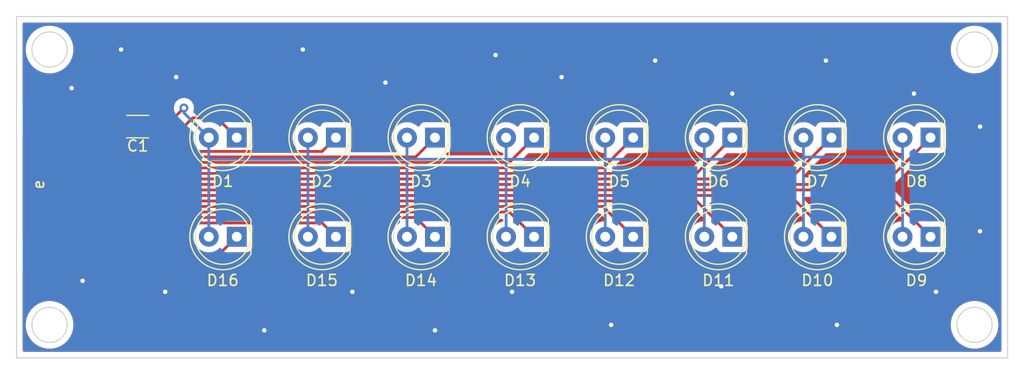
<source format=kicad_pcb>
(kicad_pcb (version 20171130) (host pcbnew "(5.1.6-0-10_14)")

  (general
    (thickness 1.6)
    (drawings 10)
    (tracks 101)
    (zones 0)
    (modules 18)
    (nets 19)
  )

  (page A4)
  (layers
    (0 F.Cu signal)
    (31 B.Cu signal)
    (32 B.Adhes user)
    (33 F.Adhes user)
    (34 B.Paste user)
    (35 F.Paste user)
    (36 B.SilkS user)
    (37 F.SilkS user)
    (38 B.Mask user)
    (39 F.Mask user)
    (40 Dwgs.User user)
    (41 Cmts.User user)
    (42 Eco1.User user)
    (43 Eco2.User user)
    (44 Edge.Cuts user)
    (45 Margin user)
    (46 B.CrtYd user)
    (47 F.CrtYd user)
    (48 B.Fab user)
    (49 F.Fab user)
  )

  (setup
    (last_trace_width 0.25)
    (trace_clearance 0.2)
    (zone_clearance 0.508)
    (zone_45_only no)
    (trace_min 0.2)
    (via_size 0.8)
    (via_drill 0.4)
    (via_min_size 0.4)
    (via_min_drill 0.3)
    (uvia_size 0.3)
    (uvia_drill 0.1)
    (uvias_allowed no)
    (uvia_min_size 0.2)
    (uvia_min_drill 0.1)
    (edge_width 0.1)
    (segment_width 0.2)
    (pcb_text_width 0.3)
    (pcb_text_size 1.5 1.5)
    (mod_edge_width 0.15)
    (mod_text_size 1 1)
    (mod_text_width 0.15)
    (pad_size 1.524 1.524)
    (pad_drill 0.762)
    (pad_to_mask_clearance 0)
    (aux_axis_origin 0 0)
    (visible_elements FFFFFF7F)
    (pcbplotparams
      (layerselection 0x010fc_ffffffff)
      (usegerberextensions false)
      (usegerberattributes true)
      (usegerberadvancedattributes true)
      (creategerberjobfile true)
      (excludeedgelayer true)
      (linewidth 0.100000)
      (plotframeref false)
      (viasonmask false)
      (mode 1)
      (useauxorigin false)
      (hpglpennumber 1)
      (hpglpenspeed 20)
      (hpglpendiameter 15.000000)
      (psnegative false)
      (psa4output false)
      (plotreference true)
      (plotvalue true)
      (plotinvisibletext false)
      (padsonsilk false)
      (subtractmaskfromsilk false)
      (outputformat 1)
      (mirror false)
      (drillshape 1)
      (scaleselection 1)
      (outputdirectory ""))
  )

  (net 0 "")
  (net 1 GND)
  (net 2 VCC)
  (net 3 OUT1)
  (net 4 OUT2)
  (net 5 OUT3)
  (net 6 OUT4)
  (net 7 OUT5)
  (net 8 OUT6)
  (net 9 OUT7)
  (net 10 OUT8)
  (net 11 OUT9)
  (net 12 OUT10)
  (net 13 OUT11)
  (net 14 OUT12)
  (net 15 OUT13)
  (net 16 OUT14)
  (net 17 OUT15)
  (net 18 OUT16)

  (net_class Default "This is the default net class."
    (clearance 0.2)
    (trace_width 0.25)
    (via_dia 0.8)
    (via_drill 0.4)
    (uvia_dia 0.3)
    (uvia_drill 0.1)
    (add_net GND)
    (add_net OUT1)
    (add_net OUT10)
    (add_net OUT11)
    (add_net OUT12)
    (add_net OUT13)
    (add_net OUT14)
    (add_net OUT15)
    (add_net OUT16)
    (add_net OUT2)
    (add_net OUT3)
    (add_net OUT4)
    (add_net OUT5)
    (add_net OUT6)
    (add_net OUT7)
    (add_net OUT8)
    (add_net OUT9)
    (add_net VCC)
  )

  (module Capacitors_SMD:C_1206_HandSoldering (layer F.Cu) (tedit 58AA84D1) (tstamp 5ECD2A33)
    (at 108 97 180)
    (descr "Capacitor SMD 1206, hand soldering")
    (tags "capacitor 1206")
    (path /5ED07E21)
    (attr smd)
    (fp_text reference C1 (at 0 -1.75) (layer F.SilkS)
      (effects (font (size 1 1) (thickness 0.15)))
    )
    (fp_text value C (at 0 2) (layer F.Fab)
      (effects (font (size 1 1) (thickness 0.15)))
    )
    (fp_line (start -1.6 0.8) (end -1.6 -0.8) (layer F.Fab) (width 0.1))
    (fp_line (start 1.6 0.8) (end -1.6 0.8) (layer F.Fab) (width 0.1))
    (fp_line (start 1.6 -0.8) (end 1.6 0.8) (layer F.Fab) (width 0.1))
    (fp_line (start -1.6 -0.8) (end 1.6 -0.8) (layer F.Fab) (width 0.1))
    (fp_line (start 1 -1.02) (end -1 -1.02) (layer F.SilkS) (width 0.12))
    (fp_line (start -1 1.02) (end 1 1.02) (layer F.SilkS) (width 0.12))
    (fp_line (start -3.25 -1.05) (end 3.25 -1.05) (layer F.CrtYd) (width 0.05))
    (fp_line (start -3.25 -1.05) (end -3.25 1.05) (layer F.CrtYd) (width 0.05))
    (fp_line (start 3.25 1.05) (end 3.25 -1.05) (layer F.CrtYd) (width 0.05))
    (fp_line (start 3.25 1.05) (end -3.25 1.05) (layer F.CrtYd) (width 0.05))
    (fp_text user %R (at 0 -1.75) (layer F.Fab)
      (effects (font (size 1 1) (thickness 0.15)))
    )
    (pad 2 smd rect (at 2 0 180) (size 2 1.6) (layers F.Cu F.Paste F.Mask)
      (net 1 GND))
    (pad 1 smd rect (at -2 0 180) (size 2 1.6) (layers F.Cu F.Paste F.Mask)
      (net 2 VCC))
    (model Capacitors_SMD.3dshapes/C_1206.wrl
      (at (xyz 0 0 0))
      (scale (xyz 1 1 1))
      (rotate (xyz 0 0 0))
    )
    (model :kicad-packages3D:Capacitor_SMD.3dshapes/C_1206_3216Metric.wrl
      (at (xyz 0 0 0))
      (scale (xyz 1 1 1))
      (rotate (xyz 0 0 0))
    )
  )

  (module LEDs:LED_D5.0mm (layer F.Cu) (tedit 5995936A) (tstamp 5ECD3A3F)
    (at 117 98 180)
    (descr "LED, diameter 5.0mm, 2 pins, http://cdn-reichelt.de/documents/datenblatt/A500/LL-504BC2E-009.pdf")
    (tags "LED diameter 5.0mm 2 pins")
    (path /5ECD722C)
    (fp_text reference D1 (at 1.27 -3.96) (layer F.SilkS)
      (effects (font (size 1 1) (thickness 0.15)))
    )
    (fp_text value LED (at 1.27 3.96) (layer F.Fab)
      (effects (font (size 1 1) (thickness 0.15)))
    )
    (fp_line (start 4.5 -3.25) (end -1.95 -3.25) (layer F.CrtYd) (width 0.05))
    (fp_line (start 4.5 3.25) (end 4.5 -3.25) (layer F.CrtYd) (width 0.05))
    (fp_line (start -1.95 3.25) (end 4.5 3.25) (layer F.CrtYd) (width 0.05))
    (fp_line (start -1.95 -3.25) (end -1.95 3.25) (layer F.CrtYd) (width 0.05))
    (fp_line (start -1.29 -1.545) (end -1.29 1.545) (layer F.SilkS) (width 0.12))
    (fp_line (start -1.23 -1.469694) (end -1.23 1.469694) (layer F.Fab) (width 0.1))
    (fp_circle (center 1.27 0) (end 3.77 0) (layer F.SilkS) (width 0.12))
    (fp_circle (center 1.27 0) (end 3.77 0) (layer F.Fab) (width 0.1))
    (fp_arc (start 1.27 0) (end -1.23 -1.469694) (angle 299.1) (layer F.Fab) (width 0.1))
    (fp_arc (start 1.27 0) (end -1.29 -1.54483) (angle 148.9) (layer F.SilkS) (width 0.12))
    (fp_arc (start 1.27 0) (end -1.29 1.54483) (angle -148.9) (layer F.SilkS) (width 0.12))
    (fp_text user %R (at 0 0) (layer F.Fab)
      (effects (font (size 0.8 0.8) (thickness 0.2)))
    )
    (pad 1 thru_hole rect (at 0 0 180) (size 1.8 1.8) (drill 0.9) (layers *.Cu *.Mask)
      (net 3 OUT1))
    (pad 2 thru_hole circle (at 2.54 0 180) (size 1.8 1.8) (drill 0.9) (layers *.Cu *.Mask)
      (net 2 VCC))
    (model ${KISYS3DMOD}/LEDs.3dshapes/LED_D5.0mm.wrl
      (at (xyz 0 0 0))
      (scale (xyz 0.393701 0.393701 0.393701))
      (rotate (xyz 0 0 0))
    )
    (model :kicad-packages3D:LED_THT.3dshapes/LED_D5.0mm_Clear.wrl
      (offset (xyz 0 0 -3))
      (scale (xyz 1 1 1))
      (rotate (xyz 0 0 0))
    )
  )

  (module LEDs:LED_D5.0mm (layer F.Cu) (tedit 5995936A) (tstamp 5ECD2A57)
    (at 126 98 180)
    (descr "LED, diameter 5.0mm, 2 pins, http://cdn-reichelt.de/documents/datenblatt/A500/LL-504BC2E-009.pdf")
    (tags "LED diameter 5.0mm 2 pins")
    (path /5ECD7222)
    (fp_text reference D2 (at 1.27 -3.96) (layer F.SilkS)
      (effects (font (size 1 1) (thickness 0.15)))
    )
    (fp_text value LED (at 1.27 3.96) (layer F.Fab)
      (effects (font (size 1 1) (thickness 0.15)))
    )
    (fp_circle (center 1.27 0) (end 3.77 0) (layer F.Fab) (width 0.1))
    (fp_circle (center 1.27 0) (end 3.77 0) (layer F.SilkS) (width 0.12))
    (fp_line (start -1.23 -1.469694) (end -1.23 1.469694) (layer F.Fab) (width 0.1))
    (fp_line (start -1.29 -1.545) (end -1.29 1.545) (layer F.SilkS) (width 0.12))
    (fp_line (start -1.95 -3.25) (end -1.95 3.25) (layer F.CrtYd) (width 0.05))
    (fp_line (start -1.95 3.25) (end 4.5 3.25) (layer F.CrtYd) (width 0.05))
    (fp_line (start 4.5 3.25) (end 4.5 -3.25) (layer F.CrtYd) (width 0.05))
    (fp_line (start 4.5 -3.25) (end -1.95 -3.25) (layer F.CrtYd) (width 0.05))
    (fp_text user %R (at 1.25 0) (layer F.Fab)
      (effects (font (size 0.8 0.8) (thickness 0.2)))
    )
    (fp_arc (start 1.27 0) (end -1.29 1.54483) (angle -148.9) (layer F.SilkS) (width 0.12))
    (fp_arc (start 1.27 0) (end -1.29 -1.54483) (angle 148.9) (layer F.SilkS) (width 0.12))
    (fp_arc (start 1.27 0) (end -1.23 -1.469694) (angle 299.1) (layer F.Fab) (width 0.1))
    (pad 2 thru_hole circle (at 2.54 0 180) (size 1.8 1.8) (drill 0.9) (layers *.Cu *.Mask)
      (net 2 VCC))
    (pad 1 thru_hole rect (at 0 0 180) (size 1.8 1.8) (drill 0.9) (layers *.Cu *.Mask)
      (net 4 OUT2))
    (model ${KISYS3DMOD}/LEDs.3dshapes/LED_D5.0mm.wrl
      (at (xyz 0 0 0))
      (scale (xyz 0.393701 0.393701 0.393701))
      (rotate (xyz 0 0 0))
    )
    (model :kicad-packages3D:LED_THT.3dshapes/LED_D5.0mm_Clear.wrl
      (offset (xyz 0 0 -3))
      (scale (xyz 1 1 1))
      (rotate (xyz 0 0 0))
    )
  )

  (module LEDs:LED_D5.0mm (layer F.Cu) (tedit 5995936A) (tstamp 5ECD2A69)
    (at 135 98 180)
    (descr "LED, diameter 5.0mm, 2 pins, http://cdn-reichelt.de/documents/datenblatt/A500/LL-504BC2E-009.pdf")
    (tags "LED diameter 5.0mm 2 pins")
    (path /5ECD7218)
    (fp_text reference D3 (at 1.27 -3.96) (layer F.SilkS)
      (effects (font (size 1 1) (thickness 0.15)))
    )
    (fp_text value LED (at 1.27 3.96) (layer F.Fab)
      (effects (font (size 1 1) (thickness 0.15)))
    )
    (fp_line (start 4.5 -3.25) (end -1.95 -3.25) (layer F.CrtYd) (width 0.05))
    (fp_line (start 4.5 3.25) (end 4.5 -3.25) (layer F.CrtYd) (width 0.05))
    (fp_line (start -1.95 3.25) (end 4.5 3.25) (layer F.CrtYd) (width 0.05))
    (fp_line (start -1.95 -3.25) (end -1.95 3.25) (layer F.CrtYd) (width 0.05))
    (fp_line (start -1.29 -1.545) (end -1.29 1.545) (layer F.SilkS) (width 0.12))
    (fp_line (start -1.23 -1.469694) (end -1.23 1.469694) (layer F.Fab) (width 0.1))
    (fp_circle (center 1.27 0) (end 3.77 0) (layer F.SilkS) (width 0.12))
    (fp_circle (center 1.27 0) (end 3.77 0) (layer F.Fab) (width 0.1))
    (fp_arc (start 1.27 0) (end -1.23 -1.469694) (angle 299.1) (layer F.Fab) (width 0.1))
    (fp_arc (start 1.27 0) (end -1.29 -1.54483) (angle 148.9) (layer F.SilkS) (width 0.12))
    (fp_arc (start 1.27 0) (end -1.29 1.54483) (angle -148.9) (layer F.SilkS) (width 0.12))
    (fp_text user %R (at 1.25 0) (layer F.Fab)
      (effects (font (size 0.8 0.8) (thickness 0.2)))
    )
    (pad 1 thru_hole rect (at 0 0 180) (size 1.8 1.8) (drill 0.9) (layers *.Cu *.Mask)
      (net 5 OUT3))
    (pad 2 thru_hole circle (at 2.54 0 180) (size 1.8 1.8) (drill 0.9) (layers *.Cu *.Mask)
      (net 2 VCC))
    (model ${KISYS3DMOD}/LEDs.3dshapes/LED_D5.0mm.wrl
      (at (xyz 0 0 0))
      (scale (xyz 0.393701 0.393701 0.393701))
      (rotate (xyz 0 0 0))
    )
    (model :kicad-packages3D:LED_THT.3dshapes/LED_D5.0mm_Clear.wrl
      (offset (xyz 0 0 -3))
      (scale (xyz 1 1 1))
      (rotate (xyz 0 0 0))
    )
  )

  (module LEDs:LED_D5.0mm (layer F.Cu) (tedit 5995936A) (tstamp 5ECD2A7B)
    (at 144 98 180)
    (descr "LED, diameter 5.0mm, 2 pins, http://cdn-reichelt.de/documents/datenblatt/A500/LL-504BC2E-009.pdf")
    (tags "LED diameter 5.0mm 2 pins")
    (path /5ECD720E)
    (fp_text reference D4 (at 1.27 -3.96) (layer F.SilkS)
      (effects (font (size 1 1) (thickness 0.15)))
    )
    (fp_text value LED (at 1.27 3.96) (layer F.Fab)
      (effects (font (size 1 1) (thickness 0.15)))
    )
    (fp_circle (center 1.27 0) (end 3.77 0) (layer F.Fab) (width 0.1))
    (fp_circle (center 1.27 0) (end 3.77 0) (layer F.SilkS) (width 0.12))
    (fp_line (start -1.23 -1.469694) (end -1.23 1.469694) (layer F.Fab) (width 0.1))
    (fp_line (start -1.29 -1.545) (end -1.29 1.545) (layer F.SilkS) (width 0.12))
    (fp_line (start -1.95 -3.25) (end -1.95 3.25) (layer F.CrtYd) (width 0.05))
    (fp_line (start -1.95 3.25) (end 4.5 3.25) (layer F.CrtYd) (width 0.05))
    (fp_line (start 4.5 3.25) (end 4.5 -3.25) (layer F.CrtYd) (width 0.05))
    (fp_line (start 4.5 -3.25) (end -1.95 -3.25) (layer F.CrtYd) (width 0.05))
    (fp_text user %R (at 1.25 0) (layer F.Fab)
      (effects (font (size 0.8 0.8) (thickness 0.2)))
    )
    (fp_arc (start 1.27 0) (end -1.29 1.54483) (angle -148.9) (layer F.SilkS) (width 0.12))
    (fp_arc (start 1.27 0) (end -1.29 -1.54483) (angle 148.9) (layer F.SilkS) (width 0.12))
    (fp_arc (start 1.27 0) (end -1.23 -1.469694) (angle 299.1) (layer F.Fab) (width 0.1))
    (pad 2 thru_hole circle (at 2.54 0 180) (size 1.8 1.8) (drill 0.9) (layers *.Cu *.Mask)
      (net 2 VCC))
    (pad 1 thru_hole rect (at 0 0 180) (size 1.8 1.8) (drill 0.9) (layers *.Cu *.Mask)
      (net 6 OUT4))
    (model ${KISYS3DMOD}/LEDs.3dshapes/LED_D5.0mm.wrl
      (at (xyz 0 0 0))
      (scale (xyz 0.393701 0.393701 0.393701))
      (rotate (xyz 0 0 0))
    )
    (model :kicad-packages3D:LED_THT.3dshapes/LED_D5.0mm_Clear.wrl
      (offset (xyz 0 0 -3))
      (scale (xyz 1 1 1))
      (rotate (xyz 0 0 0))
    )
  )

  (module LEDs:LED_D5.0mm (layer F.Cu) (tedit 5995936A) (tstamp 5ECD3AD2)
    (at 153 98 180)
    (descr "LED, diameter 5.0mm, 2 pins, http://cdn-reichelt.de/documents/datenblatt/A500/LL-504BC2E-009.pdf")
    (tags "LED diameter 5.0mm 2 pins")
    (path /5ECD30CB)
    (fp_text reference D5 (at 1.27 -3.96) (layer F.SilkS)
      (effects (font (size 1 1) (thickness 0.15)))
    )
    (fp_text value LED (at 1.27 3.96) (layer F.Fab)
      (effects (font (size 1 1) (thickness 0.15)))
    )
    (fp_line (start 4.5 -3.25) (end -1.95 -3.25) (layer F.CrtYd) (width 0.05))
    (fp_line (start 4.5 3.25) (end 4.5 -3.25) (layer F.CrtYd) (width 0.05))
    (fp_line (start -1.95 3.25) (end 4.5 3.25) (layer F.CrtYd) (width 0.05))
    (fp_line (start -1.95 -3.25) (end -1.95 3.25) (layer F.CrtYd) (width 0.05))
    (fp_line (start -1.29 -1.545) (end -1.29 1.545) (layer F.SilkS) (width 0.12))
    (fp_line (start -1.23 -1.469694) (end -1.23 1.469694) (layer F.Fab) (width 0.1))
    (fp_circle (center 1.27 0) (end 3.77 0) (layer F.SilkS) (width 0.12))
    (fp_circle (center 1.27 0) (end 3.77 0) (layer F.Fab) (width 0.1))
    (fp_arc (start 1.27 0) (end -1.23 -1.469694) (angle 299.1) (layer F.Fab) (width 0.1))
    (fp_arc (start 1.27 0) (end -1.29 -1.54483) (angle 148.9) (layer F.SilkS) (width 0.12))
    (fp_arc (start 1.27 0) (end -1.29 1.54483) (angle -148.9) (layer F.SilkS) (width 0.12))
    (fp_text user %R (at 1.25 0) (layer F.Fab)
      (effects (font (size 0.8 0.8) (thickness 0.2)))
    )
    (pad 1 thru_hole rect (at 0 0 180) (size 1.8 1.8) (drill 0.9) (layers *.Cu *.Mask)
      (net 7 OUT5))
    (pad 2 thru_hole circle (at 2.54 0 180) (size 1.8 1.8) (drill 0.9) (layers *.Cu *.Mask)
      (net 2 VCC))
    (model ${KISYS3DMOD}/LEDs.3dshapes/LED_D5.0mm.wrl
      (at (xyz 0 0 0))
      (scale (xyz 0.393701 0.393701 0.393701))
      (rotate (xyz 0 0 0))
    )
    (model :kicad-packages3D:LED_THT.3dshapes/LED_D5.0mm_Clear.wrl
      (offset (xyz 0 0 -3))
      (scale (xyz 1 1 1))
      (rotate (xyz 0 0 0))
    )
  )

  (module LEDs:LED_D5.0mm (layer F.Cu) (tedit 5995936A) (tstamp 5ECD2A9F)
    (at 162 98 180)
    (descr "LED, diameter 5.0mm, 2 pins, http://cdn-reichelt.de/documents/datenblatt/A500/LL-504BC2E-009.pdf")
    (tags "LED diameter 5.0mm 2 pins")
    (path /5ECD2AA7)
    (fp_text reference D6 (at 1.27 -3.96) (layer F.SilkS)
      (effects (font (size 1 1) (thickness 0.15)))
    )
    (fp_text value LED (at 1.27 3.96) (layer F.Fab)
      (effects (font (size 1 1) (thickness 0.15)))
    )
    (fp_circle (center 1.27 0) (end 3.77 0) (layer F.Fab) (width 0.1))
    (fp_circle (center 1.27 0) (end 3.77 0) (layer F.SilkS) (width 0.12))
    (fp_line (start -1.23 -1.469694) (end -1.23 1.469694) (layer F.Fab) (width 0.1))
    (fp_line (start -1.29 -1.545) (end -1.29 1.545) (layer F.SilkS) (width 0.12))
    (fp_line (start -1.95 -3.25) (end -1.95 3.25) (layer F.CrtYd) (width 0.05))
    (fp_line (start -1.95 3.25) (end 4.5 3.25) (layer F.CrtYd) (width 0.05))
    (fp_line (start 4.5 3.25) (end 4.5 -3.25) (layer F.CrtYd) (width 0.05))
    (fp_line (start 4.5 -3.25) (end -1.95 -3.25) (layer F.CrtYd) (width 0.05))
    (fp_text user %R (at 1.25 0) (layer F.Fab)
      (effects (font (size 0.8 0.8) (thickness 0.2)))
    )
    (fp_arc (start 1.27 0) (end -1.29 1.54483) (angle -148.9) (layer F.SilkS) (width 0.12))
    (fp_arc (start 1.27 0) (end -1.29 -1.54483) (angle 148.9) (layer F.SilkS) (width 0.12))
    (fp_arc (start 1.27 0) (end -1.23 -1.469694) (angle 299.1) (layer F.Fab) (width 0.1))
    (pad 2 thru_hole circle (at 2.54 0 180) (size 1.8 1.8) (drill 0.9) (layers *.Cu *.Mask)
      (net 2 VCC))
    (pad 1 thru_hole rect (at 0 0 180) (size 1.8 1.8) (drill 0.9) (layers *.Cu *.Mask)
      (net 8 OUT6))
    (model ${KISYS3DMOD}/LEDs.3dshapes/LED_D5.0mm.wrl
      (at (xyz 0 0 0))
      (scale (xyz 0.393701 0.393701 0.393701))
      (rotate (xyz 0 0 0))
    )
    (model :kicad-packages3D:LED_THT.3dshapes/LED_D5.0mm_Clear.wrl
      (offset (xyz 0 0 -3))
      (scale (xyz 1 1 1))
      (rotate (xyz 0 0 0))
    )
  )

  (module LEDs:LED_D5.0mm (layer F.Cu) (tedit 5995936A) (tstamp 5ECD2AB1)
    (at 171 98 180)
    (descr "LED, diameter 5.0mm, 2 pins, http://cdn-reichelt.de/documents/datenblatt/A500/LL-504BC2E-009.pdf")
    (tags "LED diameter 5.0mm 2 pins")
    (path /5ECD240F)
    (fp_text reference D7 (at 1.27 -3.96) (layer F.SilkS)
      (effects (font (size 1 1) (thickness 0.15)))
    )
    (fp_text value LED (at 1.27 3.96) (layer F.Fab)
      (effects (font (size 1 1) (thickness 0.15)))
    )
    (fp_line (start 4.5 -3.25) (end -1.95 -3.25) (layer F.CrtYd) (width 0.05))
    (fp_line (start 4.5 3.25) (end 4.5 -3.25) (layer F.CrtYd) (width 0.05))
    (fp_line (start -1.95 3.25) (end 4.5 3.25) (layer F.CrtYd) (width 0.05))
    (fp_line (start -1.95 -3.25) (end -1.95 3.25) (layer F.CrtYd) (width 0.05))
    (fp_line (start -1.29 -1.545) (end -1.29 1.545) (layer F.SilkS) (width 0.12))
    (fp_line (start -1.23 -1.469694) (end -1.23 1.469694) (layer F.Fab) (width 0.1))
    (fp_circle (center 1.27 0) (end 3.77 0) (layer F.SilkS) (width 0.12))
    (fp_circle (center 1.27 0) (end 3.77 0) (layer F.Fab) (width 0.1))
    (fp_arc (start 1.27 0) (end -1.23 -1.469694) (angle 299.1) (layer F.Fab) (width 0.1))
    (fp_arc (start 1.27 0) (end -1.29 -1.54483) (angle 148.9) (layer F.SilkS) (width 0.12))
    (fp_arc (start 1.27 0) (end -1.29 1.54483) (angle -148.9) (layer F.SilkS) (width 0.12))
    (fp_text user %R (at 1.25 0) (layer F.Fab)
      (effects (font (size 0.8 0.8) (thickness 0.2)))
    )
    (pad 1 thru_hole rect (at 0 0 180) (size 1.8 1.8) (drill 0.9) (layers *.Cu *.Mask)
      (net 9 OUT7))
    (pad 2 thru_hole circle (at 2.54 0 180) (size 1.8 1.8) (drill 0.9) (layers *.Cu *.Mask)
      (net 2 VCC))
    (model ${KISYS3DMOD}/LEDs.3dshapes/LED_D5.0mm.wrl
      (at (xyz 0 0 0))
      (scale (xyz 0.393701 0.393701 0.393701))
      (rotate (xyz 0 0 0))
    )
    (model :kicad-packages3D:LED_THT.3dshapes/LED_D5.0mm_Clear.wrl
      (offset (xyz 0 0 -3))
      (scale (xyz 1 1 1))
      (rotate (xyz 0 0 0))
    )
  )

  (module LEDs:LED_D5.0mm (layer F.Cu) (tedit 5995936A) (tstamp 5ECD2AC3)
    (at 180 98 180)
    (descr "LED, diameter 5.0mm, 2 pins, http://cdn-reichelt.de/documents/datenblatt/A500/LL-504BC2E-009.pdf")
    (tags "LED diameter 5.0mm 2 pins")
    (path /5ECD166D)
    (fp_text reference D8 (at 1.27 -3.96) (layer F.SilkS)
      (effects (font (size 1 1) (thickness 0.15)))
    )
    (fp_text value LED (at 1.27 3.96) (layer F.Fab)
      (effects (font (size 1 1) (thickness 0.15)))
    )
    (fp_circle (center 1.27 0) (end 3.77 0) (layer F.Fab) (width 0.1))
    (fp_circle (center 1.27 0) (end 3.77 0) (layer F.SilkS) (width 0.12))
    (fp_line (start -1.23 -1.469694) (end -1.23 1.469694) (layer F.Fab) (width 0.1))
    (fp_line (start -1.29 -1.545) (end -1.29 1.545) (layer F.SilkS) (width 0.12))
    (fp_line (start -1.95 -3.25) (end -1.95 3.25) (layer F.CrtYd) (width 0.05))
    (fp_line (start -1.95 3.25) (end 4.5 3.25) (layer F.CrtYd) (width 0.05))
    (fp_line (start 4.5 3.25) (end 4.5 -3.25) (layer F.CrtYd) (width 0.05))
    (fp_line (start 4.5 -3.25) (end -1.95 -3.25) (layer F.CrtYd) (width 0.05))
    (fp_text user %R (at 1.25 0) (layer F.Fab)
      (effects (font (size 0.8 0.8) (thickness 0.2)))
    )
    (fp_arc (start 1.27 0) (end -1.29 1.54483) (angle -148.9) (layer F.SilkS) (width 0.12))
    (fp_arc (start 1.27 0) (end -1.29 -1.54483) (angle 148.9) (layer F.SilkS) (width 0.12))
    (fp_arc (start 1.27 0) (end -1.23 -1.469694) (angle 299.1) (layer F.Fab) (width 0.1))
    (pad 2 thru_hole circle (at 2.54 0 180) (size 1.8 1.8) (drill 0.9) (layers *.Cu *.Mask)
      (net 2 VCC))
    (pad 1 thru_hole rect (at 0 0 180) (size 1.8 1.8) (drill 0.9) (layers *.Cu *.Mask)
      (net 10 OUT8))
    (model ${KISYS3DMOD}/LEDs.3dshapes/LED_D5.0mm.wrl
      (at (xyz 0 0 0))
      (scale (xyz 0.393701 0.393701 0.393701))
      (rotate (xyz 0 0 0))
    )
    (model :kicad-packages3D:LED_THT.3dshapes/LED_D5.0mm_Clear.wrl
      (offset (xyz 0 0 -3))
      (scale (xyz 1 1 1))
      (rotate (xyz 0 0 0))
    )
  )

  (module LEDs:LED_D5.0mm (layer F.Cu) (tedit 5995936A) (tstamp 5ECD4F65)
    (at 180 107 180)
    (descr "LED, diameter 5.0mm, 2 pins, http://cdn-reichelt.de/documents/datenblatt/A500/LL-504BC2E-009.pdf")
    (tags "LED diameter 5.0mm 2 pins")
    (path /5ECDD10C)
    (fp_text reference D9 (at 1.27 -3.96) (layer F.SilkS)
      (effects (font (size 1 1) (thickness 0.15)))
    )
    (fp_text value LED (at 1.27 3.96) (layer F.Fab)
      (effects (font (size 1 1) (thickness 0.15)))
    )
    (fp_line (start 4.5 -3.25) (end -1.95 -3.25) (layer F.CrtYd) (width 0.05))
    (fp_line (start 4.5 3.25) (end 4.5 -3.25) (layer F.CrtYd) (width 0.05))
    (fp_line (start -1.95 3.25) (end 4.5 3.25) (layer F.CrtYd) (width 0.05))
    (fp_line (start -1.95 -3.25) (end -1.95 3.25) (layer F.CrtYd) (width 0.05))
    (fp_line (start -1.29 -1.545) (end -1.29 1.545) (layer F.SilkS) (width 0.12))
    (fp_line (start -1.23 -1.469694) (end -1.23 1.469694) (layer F.Fab) (width 0.1))
    (fp_circle (center 1.27 0) (end 3.77 0) (layer F.SilkS) (width 0.12))
    (fp_circle (center 1.27 0) (end 3.77 0) (layer F.Fab) (width 0.1))
    (fp_arc (start 1.27 0) (end -1.23 -1.469694) (angle 299.1) (layer F.Fab) (width 0.1))
    (fp_arc (start 1.27 0) (end -1.29 -1.54483) (angle 148.9) (layer F.SilkS) (width 0.12))
    (fp_arc (start 1.27 0) (end -1.29 1.54483) (angle -148.9) (layer F.SilkS) (width 0.12))
    (fp_text user %R (at 1.25 0) (layer F.Fab)
      (effects (font (size 0.8 0.8) (thickness 0.2)))
    )
    (pad 1 thru_hole rect (at 0 0 180) (size 1.8 1.8) (drill 0.9) (layers *.Cu *.Mask)
      (net 11 OUT9))
    (pad 2 thru_hole circle (at 2.54 0 180) (size 1.8 1.8) (drill 0.9) (layers *.Cu *.Mask)
      (net 2 VCC))
    (model ${KISYS3DMOD}/LEDs.3dshapes/LED_D5.0mm.wrl
      (at (xyz 0 0 0))
      (scale (xyz 0.393701 0.393701 0.393701))
      (rotate (xyz 0 0 0))
    )
    (model :kicad-packages3D:LED_THT.3dshapes/LED_D5.0mm_Clear.wrl
      (offset (xyz 0 0 -3))
      (scale (xyz 1 1 1))
      (rotate (xyz 0 0 0))
    )
  )

  (module LEDs:LED_D5.0mm (layer F.Cu) (tedit 5995936A) (tstamp 5ECD4EFF)
    (at 171 107 180)
    (descr "LED, diameter 5.0mm, 2 pins, http://cdn-reichelt.de/documents/datenblatt/A500/LL-504BC2E-009.pdf")
    (tags "LED diameter 5.0mm 2 pins")
    (path /5ECDD102)
    (fp_text reference D10 (at 1.27 -3.96) (layer F.SilkS)
      (effects (font (size 1 1) (thickness 0.15)))
    )
    (fp_text value LED (at 1.27 3.96) (layer F.Fab)
      (effects (font (size 1 1) (thickness 0.15)))
    )
    (fp_circle (center 1.27 0) (end 3.77 0) (layer F.Fab) (width 0.1))
    (fp_circle (center 1.27 0) (end 3.77 0) (layer F.SilkS) (width 0.12))
    (fp_line (start -1.23 -1.469694) (end -1.23 1.469694) (layer F.Fab) (width 0.1))
    (fp_line (start -1.29 -1.545) (end -1.29 1.545) (layer F.SilkS) (width 0.12))
    (fp_line (start -1.95 -3.25) (end -1.95 3.25) (layer F.CrtYd) (width 0.05))
    (fp_line (start -1.95 3.25) (end 4.5 3.25) (layer F.CrtYd) (width 0.05))
    (fp_line (start 4.5 3.25) (end 4.5 -3.25) (layer F.CrtYd) (width 0.05))
    (fp_line (start 4.5 -3.25) (end -1.95 -3.25) (layer F.CrtYd) (width 0.05))
    (fp_text user %R (at 1.25 0) (layer F.Fab)
      (effects (font (size 0.8 0.8) (thickness 0.2)))
    )
    (fp_arc (start 1.27 0) (end -1.29 1.54483) (angle -148.9) (layer F.SilkS) (width 0.12))
    (fp_arc (start 1.27 0) (end -1.29 -1.54483) (angle 148.9) (layer F.SilkS) (width 0.12))
    (fp_arc (start 1.27 0) (end -1.23 -1.469694) (angle 299.1) (layer F.Fab) (width 0.1))
    (pad 2 thru_hole circle (at 2.54 0 180) (size 1.8 1.8) (drill 0.9) (layers *.Cu *.Mask)
      (net 2 VCC))
    (pad 1 thru_hole rect (at 0 0 180) (size 1.8 1.8) (drill 0.9) (layers *.Cu *.Mask)
      (net 12 OUT10))
    (model ${KISYS3DMOD}/LEDs.3dshapes/LED_D5.0mm.wrl
      (at (xyz 0 0 0))
      (scale (xyz 0.393701 0.393701 0.393701))
      (rotate (xyz 0 0 0))
    )
    (model :kicad-packages3D:LED_THT.3dshapes/LED_D5.0mm_Clear.wrl
      (offset (xyz 0 0 -3))
      (scale (xyz 1 1 1))
      (rotate (xyz 0 0 0))
    )
  )

  (module LEDs:LED_D5.0mm (layer F.Cu) (tedit 5995936A) (tstamp 5ECD4F32)
    (at 162 107 180)
    (descr "LED, diameter 5.0mm, 2 pins, http://cdn-reichelt.de/documents/datenblatt/A500/LL-504BC2E-009.pdf")
    (tags "LED diameter 5.0mm 2 pins")
    (path /5ECDD0F8)
    (fp_text reference D11 (at 1.27 -3.96) (layer F.SilkS)
      (effects (font (size 1 1) (thickness 0.15)))
    )
    (fp_text value LED (at 1.27 3.96) (layer F.Fab)
      (effects (font (size 1 1) (thickness 0.15)))
    )
    (fp_line (start 4.5 -3.25) (end -1.95 -3.25) (layer F.CrtYd) (width 0.05))
    (fp_line (start 4.5 3.25) (end 4.5 -3.25) (layer F.CrtYd) (width 0.05))
    (fp_line (start -1.95 3.25) (end 4.5 3.25) (layer F.CrtYd) (width 0.05))
    (fp_line (start -1.95 -3.25) (end -1.95 3.25) (layer F.CrtYd) (width 0.05))
    (fp_line (start -1.29 -1.545) (end -1.29 1.545) (layer F.SilkS) (width 0.12))
    (fp_line (start -1.23 -1.469694) (end -1.23 1.469694) (layer F.Fab) (width 0.1))
    (fp_circle (center 1.27 0) (end 3.77 0) (layer F.SilkS) (width 0.12))
    (fp_circle (center 1.27 0) (end 3.77 0) (layer F.Fab) (width 0.1))
    (fp_arc (start 1.27 0) (end -1.23 -1.469694) (angle 299.1) (layer F.Fab) (width 0.1))
    (fp_arc (start 1.27 0) (end -1.29 -1.54483) (angle 148.9) (layer F.SilkS) (width 0.12))
    (fp_arc (start 1.27 0) (end -1.29 1.54483) (angle -148.9) (layer F.SilkS) (width 0.12))
    (fp_text user %R (at 1.25 0) (layer F.Fab)
      (effects (font (size 0.8 0.8) (thickness 0.2)))
    )
    (pad 1 thru_hole rect (at 0 0 180) (size 1.8 1.8) (drill 0.9) (layers *.Cu *.Mask)
      (net 13 OUT11))
    (pad 2 thru_hole circle (at 2.54 0 180) (size 1.8 1.8) (drill 0.9) (layers *.Cu *.Mask)
      (net 2 VCC))
    (model ${KISYS3DMOD}/LEDs.3dshapes/LED_D5.0mm.wrl
      (at (xyz 0 0 0))
      (scale (xyz 0.393701 0.393701 0.393701))
      (rotate (xyz 0 0 0))
    )
    (model :kicad-packages3D:LED_THT.3dshapes/LED_D5.0mm_Clear.wrl
      (offset (xyz 0 0 -3))
      (scale (xyz 1 1 1))
      (rotate (xyz 0 0 0))
    )
  )

  (module LEDs:LED_D5.0mm (layer F.Cu) (tedit 5995936A) (tstamp 5ECD4ECC)
    (at 153 107 180)
    (descr "LED, diameter 5.0mm, 2 pins, http://cdn-reichelt.de/documents/datenblatt/A500/LL-504BC2E-009.pdf")
    (tags "LED diameter 5.0mm 2 pins")
    (path /5ECDD0EE)
    (fp_text reference D12 (at 1.27 -3.96) (layer F.SilkS)
      (effects (font (size 1 1) (thickness 0.15)))
    )
    (fp_text value LED (at 1.27 3.96) (layer F.Fab)
      (effects (font (size 1 1) (thickness 0.15)))
    )
    (fp_circle (center 1.27 0) (end 3.77 0) (layer F.Fab) (width 0.1))
    (fp_circle (center 1.27 0) (end 3.77 0) (layer F.SilkS) (width 0.12))
    (fp_line (start -1.23 -1.469694) (end -1.23 1.469694) (layer F.Fab) (width 0.1))
    (fp_line (start -1.29 -1.545) (end -1.29 1.545) (layer F.SilkS) (width 0.12))
    (fp_line (start -1.95 -3.25) (end -1.95 3.25) (layer F.CrtYd) (width 0.05))
    (fp_line (start -1.95 3.25) (end 4.5 3.25) (layer F.CrtYd) (width 0.05))
    (fp_line (start 4.5 3.25) (end 4.5 -3.25) (layer F.CrtYd) (width 0.05))
    (fp_line (start 4.5 -3.25) (end -1.95 -3.25) (layer F.CrtYd) (width 0.05))
    (fp_text user %R (at 1.25 0) (layer F.Fab)
      (effects (font (size 0.8 0.8) (thickness 0.2)))
    )
    (fp_arc (start 1.27 0) (end -1.29 1.54483) (angle -148.9) (layer F.SilkS) (width 0.12))
    (fp_arc (start 1.27 0) (end -1.29 -1.54483) (angle 148.9) (layer F.SilkS) (width 0.12))
    (fp_arc (start 1.27 0) (end -1.23 -1.469694) (angle 299.1) (layer F.Fab) (width 0.1))
    (pad 2 thru_hole circle (at 2.54 0 180) (size 1.8 1.8) (drill 0.9) (layers *.Cu *.Mask)
      (net 2 VCC))
    (pad 1 thru_hole rect (at 0 0 180) (size 1.8 1.8) (drill 0.9) (layers *.Cu *.Mask)
      (net 14 OUT12))
    (model ${KISYS3DMOD}/LEDs.3dshapes/LED_D5.0mm.wrl
      (at (xyz 0 0 0))
      (scale (xyz 0.393701 0.393701 0.393701))
      (rotate (xyz 0 0 0))
    )
    (model :kicad-packages3D:LED_THT.3dshapes/LED_D5.0mm_Clear.wrl
      (offset (xyz 0 0 -3))
      (scale (xyz 1 1 1))
      (rotate (xyz 0 0 0))
    )
  )

  (module LEDs:LED_D5.0mm (layer F.Cu) (tedit 5995936A) (tstamp 5ECD4E99)
    (at 144 107 180)
    (descr "LED, diameter 5.0mm, 2 pins, http://cdn-reichelt.de/documents/datenblatt/A500/LL-504BC2E-009.pdf")
    (tags "LED diameter 5.0mm 2 pins")
    (path /5ECDD0E4)
    (fp_text reference D13 (at 1.27 -3.96) (layer F.SilkS)
      (effects (font (size 1 1) (thickness 0.15)))
    )
    (fp_text value LED (at 1.27 3.96) (layer F.Fab)
      (effects (font (size 1 1) (thickness 0.15)))
    )
    (fp_line (start 4.5 -3.25) (end -1.95 -3.25) (layer F.CrtYd) (width 0.05))
    (fp_line (start 4.5 3.25) (end 4.5 -3.25) (layer F.CrtYd) (width 0.05))
    (fp_line (start -1.95 3.25) (end 4.5 3.25) (layer F.CrtYd) (width 0.05))
    (fp_line (start -1.95 -3.25) (end -1.95 3.25) (layer F.CrtYd) (width 0.05))
    (fp_line (start -1.29 -1.545) (end -1.29 1.545) (layer F.SilkS) (width 0.12))
    (fp_line (start -1.23 -1.469694) (end -1.23 1.469694) (layer F.Fab) (width 0.1))
    (fp_circle (center 1.27 0) (end 3.77 0) (layer F.SilkS) (width 0.12))
    (fp_circle (center 1.27 0) (end 3.77 0) (layer F.Fab) (width 0.1))
    (fp_arc (start 1.27 0) (end -1.23 -1.469694) (angle 299.1) (layer F.Fab) (width 0.1))
    (fp_arc (start 1.27 0) (end -1.29 -1.54483) (angle 148.9) (layer F.SilkS) (width 0.12))
    (fp_arc (start 1.27 0) (end -1.29 1.54483) (angle -148.9) (layer F.SilkS) (width 0.12))
    (fp_text user %R (at 1.25 0) (layer F.Fab)
      (effects (font (size 0.8 0.8) (thickness 0.2)))
    )
    (pad 1 thru_hole rect (at 0 0 180) (size 1.8 1.8) (drill 0.9) (layers *.Cu *.Mask)
      (net 15 OUT13))
    (pad 2 thru_hole circle (at 2.54 0 180) (size 1.8 1.8) (drill 0.9) (layers *.Cu *.Mask)
      (net 2 VCC))
    (model ${KISYS3DMOD}/LEDs.3dshapes/LED_D5.0mm.wrl
      (at (xyz 0 0 0))
      (scale (xyz 0.393701 0.393701 0.393701))
      (rotate (xyz 0 0 0))
    )
    (model :kicad-packages3D:LED_THT.3dshapes/LED_D5.0mm_Clear.wrl
      (offset (xyz 0 0 -3))
      (scale (xyz 1 1 1))
      (rotate (xyz 0 0 0))
    )
  )

  (module LEDs:LED_D5.0mm (layer F.Cu) (tedit 5995936A) (tstamp 5ECD4E66)
    (at 135 107 180)
    (descr "LED, diameter 5.0mm, 2 pins, http://cdn-reichelt.de/documents/datenblatt/A500/LL-504BC2E-009.pdf")
    (tags "LED diameter 5.0mm 2 pins")
    (path /5ECDD0DA)
    (fp_text reference D14 (at 1.27 -3.96) (layer F.SilkS)
      (effects (font (size 1 1) (thickness 0.15)))
    )
    (fp_text value LED (at 1.27 3.96) (layer F.Fab)
      (effects (font (size 1 1) (thickness 0.15)))
    )
    (fp_circle (center 1.27 0) (end 3.77 0) (layer F.Fab) (width 0.1))
    (fp_circle (center 1.27 0) (end 3.77 0) (layer F.SilkS) (width 0.12))
    (fp_line (start -1.23 -1.469694) (end -1.23 1.469694) (layer F.Fab) (width 0.1))
    (fp_line (start -1.29 -1.545) (end -1.29 1.545) (layer F.SilkS) (width 0.12))
    (fp_line (start -1.95 -3.25) (end -1.95 3.25) (layer F.CrtYd) (width 0.05))
    (fp_line (start -1.95 3.25) (end 4.5 3.25) (layer F.CrtYd) (width 0.05))
    (fp_line (start 4.5 3.25) (end 4.5 -3.25) (layer F.CrtYd) (width 0.05))
    (fp_line (start 4.5 -3.25) (end -1.95 -3.25) (layer F.CrtYd) (width 0.05))
    (fp_text user %R (at 1.25 0) (layer F.Fab)
      (effects (font (size 0.8 0.8) (thickness 0.2)))
    )
    (fp_arc (start 1.27 0) (end -1.29 1.54483) (angle -148.9) (layer F.SilkS) (width 0.12))
    (fp_arc (start 1.27 0) (end -1.29 -1.54483) (angle 148.9) (layer F.SilkS) (width 0.12))
    (fp_arc (start 1.27 0) (end -1.23 -1.469694) (angle 299.1) (layer F.Fab) (width 0.1))
    (pad 2 thru_hole circle (at 2.54 0 180) (size 1.8 1.8) (drill 0.9) (layers *.Cu *.Mask)
      (net 2 VCC))
    (pad 1 thru_hole rect (at 0 0 180) (size 1.8 1.8) (drill 0.9) (layers *.Cu *.Mask)
      (net 16 OUT14))
    (model ${KISYS3DMOD}/LEDs.3dshapes/LED_D5.0mm.wrl
      (at (xyz 0 0 0))
      (scale (xyz 0.393701 0.393701 0.393701))
      (rotate (xyz 0 0 0))
    )
    (model :kicad-packages3D:LED_THT.3dshapes/LED_D5.0mm_Clear.wrl
      (offset (xyz 0 0 -3))
      (scale (xyz 1 1 1))
      (rotate (xyz 0 0 0))
    )
  )

  (module LEDs:LED_D5.0mm (layer F.Cu) (tedit 5995936A) (tstamp 5ECD4E33)
    (at 126 107 180)
    (descr "LED, diameter 5.0mm, 2 pins, http://cdn-reichelt.de/documents/datenblatt/A500/LL-504BC2E-009.pdf")
    (tags "LED diameter 5.0mm 2 pins")
    (path /5ECDD0D0)
    (fp_text reference D15 (at 1.27 -3.96) (layer F.SilkS)
      (effects (font (size 1 1) (thickness 0.15)))
    )
    (fp_text value LED (at 1.27 3.96) (layer F.Fab)
      (effects (font (size 1 1) (thickness 0.15)))
    )
    (fp_line (start 4.5 -3.25) (end -1.95 -3.25) (layer F.CrtYd) (width 0.05))
    (fp_line (start 4.5 3.25) (end 4.5 -3.25) (layer F.CrtYd) (width 0.05))
    (fp_line (start -1.95 3.25) (end 4.5 3.25) (layer F.CrtYd) (width 0.05))
    (fp_line (start -1.95 -3.25) (end -1.95 3.25) (layer F.CrtYd) (width 0.05))
    (fp_line (start -1.29 -1.545) (end -1.29 1.545) (layer F.SilkS) (width 0.12))
    (fp_line (start -1.23 -1.469694) (end -1.23 1.469694) (layer F.Fab) (width 0.1))
    (fp_circle (center 1.27 0) (end 3.77 0) (layer F.SilkS) (width 0.12))
    (fp_circle (center 1.27 0) (end 3.77 0) (layer F.Fab) (width 0.1))
    (fp_arc (start 1.27 0) (end -1.23 -1.469694) (angle 299.1) (layer F.Fab) (width 0.1))
    (fp_arc (start 1.27 0) (end -1.29 -1.54483) (angle 148.9) (layer F.SilkS) (width 0.12))
    (fp_arc (start 1.27 0) (end -1.29 1.54483) (angle -148.9) (layer F.SilkS) (width 0.12))
    (fp_text user %R (at 1.25 0) (layer F.Fab)
      (effects (font (size 0.8 0.8) (thickness 0.2)))
    )
    (pad 1 thru_hole rect (at 0 0 180) (size 1.8 1.8) (drill 0.9) (layers *.Cu *.Mask)
      (net 17 OUT15))
    (pad 2 thru_hole circle (at 2.54 0 180) (size 1.8 1.8) (drill 0.9) (layers *.Cu *.Mask)
      (net 2 VCC))
    (model ${KISYS3DMOD}/LEDs.3dshapes/LED_D5.0mm.wrl
      (at (xyz 0 0 0))
      (scale (xyz 0.393701 0.393701 0.393701))
      (rotate (xyz 0 0 0))
    )
    (model :kicad-packages3D:LED_THT.3dshapes/LED_D5.0mm_Clear.wrl
      (offset (xyz 0 0 -3))
      (scale (xyz 1 1 1))
      (rotate (xyz 0 0 0))
    )
  )

  (module LEDs:LED_D5.0mm (layer F.Cu) (tedit 5995936A) (tstamp 5ECD4E00)
    (at 117 107 180)
    (descr "LED, diameter 5.0mm, 2 pins, http://cdn-reichelt.de/documents/datenblatt/A500/LL-504BC2E-009.pdf")
    (tags "LED diameter 5.0mm 2 pins")
    (path /5ECDD0C6)
    (fp_text reference D16 (at 1.27 -3.96) (layer F.SilkS)
      (effects (font (size 1 1) (thickness 0.15)))
    )
    (fp_text value LED (at 1.27 3.96) (layer F.Fab)
      (effects (font (size 1 1) (thickness 0.15)))
    )
    (fp_circle (center 1.27 0) (end 3.77 0) (layer F.Fab) (width 0.1))
    (fp_circle (center 1.27 0) (end 3.77 0) (layer F.SilkS) (width 0.12))
    (fp_line (start -1.23 -1.469694) (end -1.23 1.469694) (layer F.Fab) (width 0.1))
    (fp_line (start -1.29 -1.545) (end -1.29 1.545) (layer F.SilkS) (width 0.12))
    (fp_line (start -1.95 -3.25) (end -1.95 3.25) (layer F.CrtYd) (width 0.05))
    (fp_line (start -1.95 3.25) (end 4.5 3.25) (layer F.CrtYd) (width 0.05))
    (fp_line (start 4.5 3.25) (end 4.5 -3.25) (layer F.CrtYd) (width 0.05))
    (fp_line (start 4.5 -3.25) (end -1.95 -3.25) (layer F.CrtYd) (width 0.05))
    (fp_text user %R (at 1.25 0) (layer F.Fab)
      (effects (font (size 0.8 0.8) (thickness 0.2)))
    )
    (fp_arc (start 1.27 0) (end -1.29 1.54483) (angle -148.9) (layer F.SilkS) (width 0.12))
    (fp_arc (start 1.27 0) (end -1.29 -1.54483) (angle 148.9) (layer F.SilkS) (width 0.12))
    (fp_arc (start 1.27 0) (end -1.23 -1.469694) (angle 299.1) (layer F.Fab) (width 0.1))
    (pad 2 thru_hole circle (at 2.54 0 180) (size 1.8 1.8) (drill 0.9) (layers *.Cu *.Mask)
      (net 2 VCC))
    (pad 1 thru_hole rect (at 0 0 180) (size 1.8 1.8) (drill 0.9) (layers *.Cu *.Mask)
      (net 18 OUT16))
    (model ${KISYS3DMOD}/LEDs.3dshapes/LED_D5.0mm.wrl
      (at (xyz 0 0 0))
      (scale (xyz 0.393701 0.393701 0.393701))
      (rotate (xyz 0 0 0))
    )
    (model :kicad-packages3D:LED_THT.3dshapes/LED_D5.0mm_Clear.wrl
      (offset (xyz 0 0 -3))
      (scale (xyz 1 1 1))
      (rotate (xyz 0 0 0))
    )
  )

  (module "Ninja-qPCR:TF31-18S-0.5SH(800)" (layer F.Cu) (tedit 5ECD1D1B) (tstamp 5ECD5046)
    (at 102 98.25 90)
    (path /5ECDB97C)
    (fp_text reference e (at -4 -3 90) (layer F.SilkS)
      (effects (font (size 1 1) (thickness 0.15)))
    )
    (fp_text value "TF31-18S-0.5SH(800)" (at -4 2 90) (layer F.Fab)
      (effects (font (size 1 1) (thickness 0.15)))
    )
    (pad 1 smd rect (at 0 0 180) (size 1.3 0.3) (layers F.Cu F.Paste F.Mask)
      (net 2 VCC))
    (pad 2 smd rect (at -0.5 0 180) (size 1.3 0.3) (layers F.Cu F.Paste F.Mask)
      (net 3 OUT1))
    (pad 3 smd rect (at -1 0 180) (size 1.3 0.3) (layers F.Cu F.Paste F.Mask)
      (net 4 OUT2))
    (pad 4 smd rect (at -1.5 0 180) (size 1.3 0.3) (layers F.Cu F.Paste F.Mask)
      (net 5 OUT3))
    (pad 5 smd rect (at -2 0 180) (size 1.3 0.3) (layers F.Cu F.Paste F.Mask)
      (net 6 OUT4))
    (pad 6 smd rect (at -2.5 0 180) (size 1.3 0.3) (layers F.Cu F.Paste F.Mask)
      (net 7 OUT5))
    (pad 7 smd rect (at -3 0 180) (size 1.3 0.3) (layers F.Cu F.Paste F.Mask)
      (net 8 OUT6))
    (pad 9 smd rect (at -4 0 180) (size 1.3 0.3) (layers F.Cu F.Paste F.Mask)
      (net 10 OUT8))
    (pad 10 smd rect (at -4.5 0 180) (size 1.3 0.3) (layers F.Cu F.Paste F.Mask)
      (net 11 OUT9))
    (pad 8 smd rect (at -3.5 0 180) (size 1.3 0.3) (layers F.Cu F.Paste F.Mask)
      (net 9 OUT7))
    (pad 17 smd rect (at -8 0 180) (size 1.3 0.3) (layers F.Cu F.Paste F.Mask)
      (net 18 OUT16))
    (pad 11 smd rect (at -5 0 180) (size 1.3 0.3) (layers F.Cu F.Paste F.Mask)
      (net 12 OUT10))
    (pad 12 smd rect (at -5.5 0 180) (size 1.3 0.3) (layers F.Cu F.Paste F.Mask)
      (net 13 OUT11))
    (pad 18 smd rect (at -8.5 0 180) (size 1.3 0.3) (layers F.Cu F.Paste F.Mask)
      (net 1 GND))
    (pad 16 smd rect (at -7.5 0 180) (size 1.3 0.3) (layers F.Cu F.Paste F.Mask)
      (net 17 OUT15))
    (pad 14 smd rect (at -6.5 0 180) (size 1.3 0.3) (layers F.Cu F.Paste F.Mask)
      (net 15 OUT13))
    (pad 15 smd rect (at -7 0 180) (size 1.3 0.3) (layers F.Cu F.Paste F.Mask)
      (net 16 OUT14))
    (pad 13 smd rect (at -6 0 180) (size 1.3 0.3) (layers F.Cu F.Paste F.Mask)
      (net 14 OUT12))
    (pad EPAD1 smd rect (at 1.95 -3.25 180) (size 2.2 1.9) (layers F.Cu F.Paste F.Mask)
      (net 1 GND))
    (pad EPAD2 smd rect (at -10.45 -3.25 180) (size 2.2 1.9) (layers F.Cu F.Paste F.Mask)
      (net 1 GND))
    (model :desktop:TF31-18S-0.5SH_3d_stp_v1.step
      (at (xyz 0 0 0))
      (scale (xyz 1 1 1))
      (rotate (xyz 0 0 0))
    )
  )

  (gr_line (start 187 118) (end 183 118) (layer Edge.Cuts) (width 0.1) (tstamp 5ECD5378))
  (gr_line (start 187 87) (end 187 118) (layer Edge.Cuts) (width 0.1))
  (gr_line (start 183 87) (end 187 87) (layer Edge.Cuts) (width 0.1))
  (gr_line (start 97 87) (end 97 118) (layer Edge.Cuts) (width 0.1) (tstamp 5ECD5376))
  (gr_circle (center 100 115) (end 101.6 115) (layer Edge.Cuts) (width 0.1) (tstamp 5ECD533C))
  (gr_circle (center 100 90) (end 101.6 90) (layer Edge.Cuts) (width 0.1) (tstamp 5ECD533A))
  (gr_circle (center 184 115) (end 185.6 115) (layer Edge.Cuts) (width 0.1) (tstamp 5ECD531F))
  (gr_circle (center 184 90) (end 185.6 90) (layer Edge.Cuts) (width 0.1) (tstamp 5ECD534B))
  (gr_line (start 97 118) (end 183 118) (layer Edge.Cuts) (width 0.1) (tstamp 5ECD519A))
  (gr_line (start 183 87) (end 97 87) (layer Edge.Cuts) (width 0.1))

  (segment (start 98.75 108.7) (end 98.75 96.3) (width 0.25) (layer F.Cu) (net 1))
  (segment (start 100.7 106.75) (end 98.75 108.7) (width 0.25) (layer F.Cu) (net 1))
  (segment (start 102 106.75) (end 100.7 106.75) (width 0.25) (layer F.Cu) (net 1))
  (segment (start 99.45 97) (end 98.75 96.3) (width 0.25) (layer F.Cu) (net 1))
  (segment (start 106 97) (end 99.45 97) (width 0.25) (layer F.Cu) (net 1))
  (via (at 102 93.5) (size 0.8) (drill 0.4) (layers F.Cu B.Cu) (net 1))
  (via (at 106.5 90) (size 0.8) (drill 0.4) (layers F.Cu B.Cu) (net 1) (tstamp 5ECE8027))
  (via (at 111.5 92.5) (size 0.8) (drill 0.4) (layers F.Cu B.Cu) (net 1) (tstamp 5ECE802E))
  (via (at 123 90) (size 0.8) (drill 0.4) (layers F.Cu B.Cu) (net 1) (tstamp 5ECE8030))
  (via (at 130.5 93) (size 0.8) (drill 0.4) (layers F.Cu B.Cu) (net 1) (tstamp 5ECE8032))
  (via (at 140.5 90.5) (size 0.8) (drill 0.4) (layers F.Cu B.Cu) (net 1) (tstamp 5ECE8034))
  (via (at 146.5 92.5) (size 0.8) (drill 0.4) (layers F.Cu B.Cu) (net 1) (tstamp 5ECE8036))
  (via (at 155 91) (size 0.8) (drill 0.4) (layers F.Cu B.Cu) (net 1) (tstamp 5ECE803A))
  (via (at 162 94) (size 0.8) (drill 0.4) (layers F.Cu B.Cu) (net 1) (tstamp 5ECE803C))
  (via (at 170.5 91) (size 0.8) (drill 0.4) (layers F.Cu B.Cu) (net 1) (tstamp 5ECE803E))
  (via (at 178.5 94) (size 0.8) (drill 0.4) (layers F.Cu B.Cu) (net 1) (tstamp 5ECE8040))
  (via (at 184.5 97) (size 0.8) (drill 0.4) (layers F.Cu B.Cu) (net 1) (tstamp 5ECE8042))
  (via (at 184.5 106.5) (size 0.8) (drill 0.4) (layers F.Cu B.Cu) (net 1) (tstamp 5ECE8044))
  (via (at 180.5 112) (size 0.8) (drill 0.4) (layers F.Cu B.Cu) (net 1) (tstamp 5ECE8046))
  (via (at 171.5 115) (size 0.8) (drill 0.4) (layers F.Cu B.Cu) (net 1) (tstamp 5ECE8048))
  (via (at 161 111.5) (size 0.8) (drill 0.4) (layers F.Cu B.Cu) (net 1) (tstamp 5ECE804A))
  (via (at 151 115) (size 0.8) (drill 0.4) (layers F.Cu B.Cu) (net 1) (tstamp 5ECE804C))
  (via (at 142 112) (size 0.8) (drill 0.4) (layers F.Cu B.Cu) (net 1) (tstamp 5ECE804E))
  (via (at 135 115.5) (size 0.8) (drill 0.4) (layers F.Cu B.Cu) (net 1) (tstamp 5ECE8050))
  (via (at 127.5 112) (size 0.8) (drill 0.4) (layers F.Cu B.Cu) (net 1) (tstamp 5ECE8052))
  (via (at 119.5 115.5) (size 0.8) (drill 0.4) (layers F.Cu B.Cu) (net 1) (tstamp 5ECE8056))
  (via (at 110.5 112) (size 0.8) (drill 0.4) (layers F.Cu B.Cu) (net 1) (tstamp 5ECE8058))
  (via (at 103 111) (size 0.8) (drill 0.4) (layers F.Cu B.Cu) (net 1) (tstamp 5ECE805A))
  (segment (start 108.75 98.25) (end 110 97) (width 0.25) (layer F.Cu) (net 2))
  (segment (start 102 98.25) (end 108.75 98.25) (width 0.25) (layer F.Cu) (net 2))
  (segment (start 177.46 107) (end 177.46 99.76) (width 0.25) (layer B.Cu) (net 2))
  (segment (start 177.46 99.76) (end 177.46 98) (width 0.25) (layer B.Cu) (net 2))
  (segment (start 114.46 98) (end 114.46 99.86) (width 0.25) (layer B.Cu) (net 2))
  (segment (start 114.46 98) (end 112.2 95.74) (width 0.25) (layer B.Cu) (net 2))
  (via (at 112.2 95.3) (size 0.8) (drill 0.4) (layers F.Cu B.Cu) (net 2))
  (segment (start 112.2 95.74) (end 112.2 95.3) (width 0.25) (layer B.Cu) (net 2))
  (segment (start 112.2 95.3) (end 111.3 96.2) (width 0.25) (layer F.Cu) (net 2))
  (segment (start 110.8 96.2) (end 110 97) (width 0.25) (layer F.Cu) (net 2))
  (segment (start 111.3 96.2) (end 110.8 96.2) (width 0.25) (layer F.Cu) (net 2))
  (segment (start 168.66 99.76) (end 168.46 99.96) (width 0.25) (layer B.Cu) (net 2))
  (segment (start 177.46 99.76) (end 168.66 99.76) (width 0.25) (layer B.Cu) (net 2))
  (segment (start 168.46 99.96) (end 168.46 98) (width 0.25) (layer B.Cu) (net 2))
  (segment (start 168.46 107) (end 168.46 99.96) (width 0.25) (layer B.Cu) (net 2))
  (segment (start 168.46 99.96) (end 159.46 99.96) (width 0.25) (layer B.Cu) (net 2))
  (segment (start 159.46 99.96) (end 159.46 98) (width 0.25) (layer B.Cu) (net 2))
  (segment (start 159.46 107) (end 159.46 99.96) (width 0.25) (layer B.Cu) (net 2))
  (segment (start 159.46 99.96) (end 150.46 99.96) (width 0.25) (layer B.Cu) (net 2))
  (segment (start 150.46 99.96) (end 150.46 98) (width 0.25) (layer B.Cu) (net 2))
  (segment (start 150.46 107) (end 150.46 99.96) (width 0.25) (layer B.Cu) (net 2))
  (segment (start 141.46 99.96) (end 141.46 98) (width 0.25) (layer B.Cu) (net 2))
  (segment (start 150.46 99.96) (end 141.46 99.96) (width 0.25) (layer B.Cu) (net 2))
  (segment (start 141.46 107) (end 141.46 99.96) (width 0.25) (layer B.Cu) (net 2))
  (segment (start 141.46 99.96) (end 132.46 99.96) (width 0.25) (layer B.Cu) (net 2))
  (segment (start 132.46 99.96) (end 132.46 98) (width 0.25) (layer B.Cu) (net 2))
  (segment (start 132.46 107) (end 132.46 99.96) (width 0.25) (layer B.Cu) (net 2))
  (segment (start 125.574998 99.96) (end 123.46 99.96) (width 0.25) (layer B.Cu) (net 2))
  (segment (start 132.46 99.96) (end 125.574998 99.96) (width 0.25) (layer B.Cu) (net 2))
  (segment (start 123.46 99.96) (end 123.46 98) (width 0.25) (layer B.Cu) (net 2))
  (segment (start 123.46 107) (end 123.46 99.96) (width 0.25) (layer B.Cu) (net 2))
  (segment (start 114.54 99.96) (end 114.46 100.04) (width 0.25) (layer B.Cu) (net 2))
  (segment (start 123.46 99.96) (end 114.54 99.96) (width 0.25) (layer B.Cu) (net 2))
  (segment (start 114.46 100.04) (end 114.46 107) (width 0.25) (layer B.Cu) (net 2))
  (segment (start 114.46 99.86) (end 114.46 100.04) (width 0.25) (layer B.Cu) (net 2))
  (segment (start 113 96.2) (end 115.2 96.2) (width 0.25) (layer F.Cu) (net 3))
  (segment (start 112.2 97) (end 113 96.2) (width 0.25) (layer F.Cu) (net 3))
  (segment (start 115.2 96.2) (end 117 98) (width 0.25) (layer F.Cu) (net 3))
  (segment (start 112.2 98.2) (end 112.2 97) (width 0.25) (layer F.Cu) (net 3))
  (segment (start 111.65 98.75) (end 112.2 98.2) (width 0.25) (layer F.Cu) (net 3))
  (segment (start 102 98.75) (end 111.65 98.75) (width 0.25) (layer F.Cu) (net 3))
  (segment (start 124.75 99.25) (end 126 98) (width 0.25) (layer F.Cu) (net 4))
  (segment (start 102 99.25) (end 124.75 99.25) (width 0.25) (layer F.Cu) (net 4))
  (segment (start 133.25 99.75) (end 135 98) (width 0.25) (layer F.Cu) (net 5))
  (segment (start 102 99.75) (end 133.25 99.75) (width 0.25) (layer F.Cu) (net 5))
  (segment (start 141.75 100.25) (end 144 98) (width 0.25) (layer F.Cu) (net 6))
  (segment (start 102 100.25) (end 141.75 100.25) (width 0.25) (layer F.Cu) (net 6))
  (segment (start 150.25 100.75) (end 153 98) (width 0.25) (layer F.Cu) (net 7))
  (segment (start 102 100.75) (end 150.25 100.75) (width 0.25) (layer F.Cu) (net 7))
  (segment (start 158.75 101.25) (end 162 98) (width 0.25) (layer F.Cu) (net 8))
  (segment (start 102 101.25) (end 158.75 101.25) (width 0.25) (layer F.Cu) (net 8))
  (segment (start 167.25 101.75) (end 171 98) (width 0.25) (layer F.Cu) (net 9))
  (segment (start 102 101.75) (end 167.25 101.75) (width 0.25) (layer F.Cu) (net 9))
  (segment (start 175.75 102.25) (end 180 98) (width 0.25) (layer F.Cu) (net 10))
  (segment (start 102 102.25) (end 175.75 102.25) (width 0.25) (layer F.Cu) (net 10))
  (segment (start 175.75 102.75) (end 180 107) (width 0.25) (layer F.Cu) (net 11))
  (segment (start 102 102.75) (end 175.75 102.75) (width 0.25) (layer F.Cu) (net 11))
  (segment (start 167.25 103.25) (end 171 107) (width 0.25) (layer F.Cu) (net 12))
  (segment (start 102 103.25) (end 167.25 103.25) (width 0.25) (layer F.Cu) (net 12))
  (segment (start 158.75 103.75) (end 162 107) (width 0.25) (layer F.Cu) (net 13))
  (segment (start 102 103.75) (end 158.75 103.75) (width 0.25) (layer F.Cu) (net 13))
  (segment (start 150.25 104.25) (end 153 107) (width 0.25) (layer F.Cu) (net 14))
  (segment (start 102 104.25) (end 150.25 104.25) (width 0.25) (layer F.Cu) (net 14))
  (segment (start 141.75 104.75) (end 144 107) (width 0.25) (layer F.Cu) (net 15))
  (segment (start 102 104.75) (end 141.75 104.75) (width 0.25) (layer F.Cu) (net 15))
  (segment (start 133.25 105.25) (end 135 107) (width 0.25) (layer F.Cu) (net 16))
  (segment (start 102 105.25) (end 133.25 105.25) (width 0.25) (layer F.Cu) (net 16))
  (segment (start 124.75 105.75) (end 126 107) (width 0.25) (layer F.Cu) (net 17))
  (segment (start 102 105.75) (end 124.75 105.75) (width 0.25) (layer F.Cu) (net 17))
  (segment (start 112 109) (end 115 109) (width 0.25) (layer F.Cu) (net 18))
  (segment (start 115 109) (end 117 107) (width 0.25) (layer F.Cu) (net 18))
  (segment (start 109.25 106.25) (end 112 109) (width 0.25) (layer F.Cu) (net 18))
  (segment (start 102 106.25) (end 109.25 106.25) (width 0.25) (layer F.Cu) (net 18))

  (zone (net 1) (net_name GND) (layer B.Cu) (tstamp 0) (hatch edge 0.508)
    (connect_pads (clearance 0.508))
    (min_thickness 0.254)
    (fill yes (arc_segments 32) (thermal_gap 0.508) (thermal_bridge_width 0.508))
    (polygon
      (pts
        (xy 188 119) (xy 96 119) (xy 96 86) (xy 188 86)
      )
    )
    (filled_polygon
      (pts
        (xy 186.315001 117.315) (xy 97.685 117.315) (xy 97.685 114.77407) (xy 97.706099 114.77407) (xy 97.706099 115.22593)
        (xy 97.794253 115.669106) (xy 97.967171 116.086569) (xy 98.218211 116.462277) (xy 98.537723 116.781789) (xy 98.913431 117.032829)
        (xy 99.330894 117.205747) (xy 99.77407 117.293901) (xy 100.22593 117.293901) (xy 100.669106 117.205747) (xy 101.086569 117.032829)
        (xy 101.462277 116.781789) (xy 101.781789 116.462277) (xy 102.032829 116.086569) (xy 102.205747 115.669106) (xy 102.293901 115.22593)
        (xy 102.293901 114.77407) (xy 181.706099 114.77407) (xy 181.706099 115.22593) (xy 181.794253 115.669106) (xy 181.967171 116.086569)
        (xy 182.218211 116.462277) (xy 182.537723 116.781789) (xy 182.913431 117.032829) (xy 183.330894 117.205747) (xy 183.77407 117.293901)
        (xy 184.22593 117.293901) (xy 184.669106 117.205747) (xy 185.086569 117.032829) (xy 185.462277 116.781789) (xy 185.781789 116.462277)
        (xy 186.032829 116.086569) (xy 186.205747 115.669106) (xy 186.293901 115.22593) (xy 186.293901 114.77407) (xy 186.205747 114.330894)
        (xy 186.032829 113.913431) (xy 185.781789 113.537723) (xy 185.462277 113.218211) (xy 185.086569 112.967171) (xy 184.669106 112.794253)
        (xy 184.22593 112.706099) (xy 183.77407 112.706099) (xy 183.330894 112.794253) (xy 182.913431 112.967171) (xy 182.537723 113.218211)
        (xy 182.218211 113.537723) (xy 181.967171 113.913431) (xy 181.794253 114.330894) (xy 181.706099 114.77407) (xy 102.293901 114.77407)
        (xy 102.205747 114.330894) (xy 102.032829 113.913431) (xy 101.781789 113.537723) (xy 101.462277 113.218211) (xy 101.086569 112.967171)
        (xy 100.669106 112.794253) (xy 100.22593 112.706099) (xy 99.77407 112.706099) (xy 99.330894 112.794253) (xy 98.913431 112.967171)
        (xy 98.537723 113.218211) (xy 98.218211 113.537723) (xy 97.967171 113.913431) (xy 97.794253 114.330894) (xy 97.706099 114.77407)
        (xy 97.685 114.77407) (xy 97.685 95.198061) (xy 111.165 95.198061) (xy 111.165 95.401939) (xy 111.204774 95.601898)
        (xy 111.282795 95.790256) (xy 111.396063 95.959774) (xy 111.524217 96.087928) (xy 111.565026 96.164276) (xy 111.604871 96.212826)
        (xy 111.659999 96.280001) (xy 111.689003 96.303804) (xy 112.976269 97.59107) (xy 112.925 97.848816) (xy 112.925 98.151184)
        (xy 112.983989 98.447743) (xy 113.099701 98.727095) (xy 113.267688 98.978505) (xy 113.481495 99.192312) (xy 113.700001 99.338313)
        (xy 113.700001 99.822658) (xy 113.7 99.822668) (xy 113.7 100.002678) (xy 113.696324 100.04) (xy 113.7 100.077323)
        (xy 113.700001 105.661687) (xy 113.481495 105.807688) (xy 113.267688 106.021495) (xy 113.099701 106.272905) (xy 112.983989 106.552257)
        (xy 112.925 106.848816) (xy 112.925 107.151184) (xy 112.983989 107.447743) (xy 113.099701 107.727095) (xy 113.267688 107.978505)
        (xy 113.481495 108.192312) (xy 113.732905 108.360299) (xy 114.012257 108.476011) (xy 114.308816 108.535) (xy 114.611184 108.535)
        (xy 114.907743 108.476011) (xy 115.187095 108.360299) (xy 115.438505 108.192312) (xy 115.504944 108.125873) (xy 115.510498 108.14418)
        (xy 115.569463 108.254494) (xy 115.648815 108.351185) (xy 115.745506 108.430537) (xy 115.85582 108.489502) (xy 115.975518 108.525812)
        (xy 116.1 108.538072) (xy 117.9 108.538072) (xy 118.024482 108.525812) (xy 118.14418 108.489502) (xy 118.254494 108.430537)
        (xy 118.351185 108.351185) (xy 118.430537 108.254494) (xy 118.489502 108.14418) (xy 118.525812 108.024482) (xy 118.538072 107.9)
        (xy 118.538072 106.1) (xy 118.525812 105.975518) (xy 118.489502 105.85582) (xy 118.430537 105.745506) (xy 118.351185 105.648815)
        (xy 118.254494 105.569463) (xy 118.14418 105.510498) (xy 118.024482 105.474188) (xy 117.9 105.461928) (xy 116.1 105.461928)
        (xy 115.975518 105.474188) (xy 115.85582 105.510498) (xy 115.745506 105.569463) (xy 115.648815 105.648815) (xy 115.569463 105.745506)
        (xy 115.510498 105.85582) (xy 115.504944 105.874127) (xy 115.438505 105.807688) (xy 115.22 105.661687) (xy 115.22 100.72)
        (xy 122.700001 100.72) (xy 122.7 105.661687) (xy 122.481495 105.807688) (xy 122.267688 106.021495) (xy 122.099701 106.272905)
        (xy 121.983989 106.552257) (xy 121.925 106.848816) (xy 121.925 107.151184) (xy 121.983989 107.447743) (xy 122.099701 107.727095)
        (xy 122.267688 107.978505) (xy 122.481495 108.192312) (xy 122.732905 108.360299) (xy 123.012257 108.476011) (xy 123.308816 108.535)
        (xy 123.611184 108.535) (xy 123.907743 108.476011) (xy 124.187095 108.360299) (xy 124.438505 108.192312) (xy 124.504944 108.125873)
        (xy 124.510498 108.14418) (xy 124.569463 108.254494) (xy 124.648815 108.351185) (xy 124.745506 108.430537) (xy 124.85582 108.489502)
        (xy 124.975518 108.525812) (xy 125.1 108.538072) (xy 126.9 108.538072) (xy 127.024482 108.525812) (xy 127.14418 108.489502)
        (xy 127.254494 108.430537) (xy 127.351185 108.351185) (xy 127.430537 108.254494) (xy 127.489502 108.14418) (xy 127.525812 108.024482)
        (xy 127.538072 107.9) (xy 127.538072 106.1) (xy 127.525812 105.975518) (xy 127.489502 105.85582) (xy 127.430537 105.745506)
        (xy 127.351185 105.648815) (xy 127.254494 105.569463) (xy 127.14418 105.510498) (xy 127.024482 105.474188) (xy 126.9 105.461928)
        (xy 125.1 105.461928) (xy 124.975518 105.474188) (xy 124.85582 105.510498) (xy 124.745506 105.569463) (xy 124.648815 105.648815)
        (xy 124.569463 105.745506) (xy 124.510498 105.85582) (xy 124.504944 105.874127) (xy 124.438505 105.807688) (xy 124.22 105.661687)
        (xy 124.22 100.72) (xy 131.700001 100.72) (xy 131.7 105.661687) (xy 131.481495 105.807688) (xy 131.267688 106.021495)
        (xy 131.099701 106.272905) (xy 130.983989 106.552257) (xy 130.925 106.848816) (xy 130.925 107.151184) (xy 130.983989 107.447743)
        (xy 131.099701 107.727095) (xy 131.267688 107.978505) (xy 131.481495 108.192312) (xy 131.732905 108.360299) (xy 132.012257 108.476011)
        (xy 132.308816 108.535) (xy 132.611184 108.535) (xy 132.907743 108.476011) (xy 133.187095 108.360299) (xy 133.438505 108.192312)
        (xy 133.504944 108.125873) (xy 133.510498 108.14418) (xy 133.569463 108.254494) (xy 133.648815 108.351185) (xy 133.745506 108.430537)
        (xy 133.85582 108.489502) (xy 133.975518 108.525812) (xy 134.1 108.538072) (xy 135.9 108.538072) (xy 136.024482 108.525812)
        (xy 136.14418 108.489502) (xy 136.254494 108.430537) (xy 136.351185 108.351185) (xy 136.430537 108.254494) (xy 136.489502 108.14418)
        (xy 136.525812 108.024482) (xy 136.538072 107.9) (xy 136.538072 106.1) (xy 136.525812 105.975518) (xy 136.489502 105.85582)
        (xy 136.430537 105.745506) (xy 136.351185 105.648815) (xy 136.254494 105.569463) (xy 136.14418 105.510498) (xy 136.024482 105.474188)
        (xy 135.9 105.461928) (xy 134.1 105.461928) (xy 133.975518 105.474188) (xy 133.85582 105.510498) (xy 133.745506 105.569463)
        (xy 133.648815 105.648815) (xy 133.569463 105.745506) (xy 133.510498 105.85582) (xy 133.504944 105.874127) (xy 133.438505 105.807688)
        (xy 133.22 105.661687) (xy 133.22 100.72) (xy 140.700001 100.72) (xy 140.7 105.661687) (xy 140.481495 105.807688)
        (xy 140.267688 106.021495) (xy 140.099701 106.272905) (xy 139.983989 106.552257) (xy 139.925 106.848816) (xy 139.925 107.151184)
        (xy 139.983989 107.447743) (xy 140.099701 107.727095) (xy 140.267688 107.978505) (xy 140.481495 108.192312) (xy 140.732905 108.360299)
        (xy 141.012257 108.476011) (xy 141.308816 108.535) (xy 141.611184 108.535) (xy 141.907743 108.476011) (xy 142.187095 108.360299)
        (xy 142.438505 108.192312) (xy 142.504944 108.125873) (xy 142.510498 108.14418) (xy 142.569463 108.254494) (xy 142.648815 108.351185)
        (xy 142.745506 108.430537) (xy 142.85582 108.489502) (xy 142.975518 108.525812) (xy 143.1 108.538072) (xy 144.9 108.538072)
        (xy 145.024482 108.525812) (xy 145.14418 108.489502) (xy 145.254494 108.430537) (xy 145.351185 108.351185) (xy 145.430537 108.254494)
        (xy 145.489502 108.14418) (xy 145.525812 108.024482) (xy 145.538072 107.9) (xy 145.538072 106.1) (xy 145.525812 105.975518)
        (xy 145.489502 105.85582) (xy 145.430537 105.745506) (xy 145.351185 105.648815) (xy 145.254494 105.569463) (xy 145.14418 105.510498)
        (xy 145.024482 105.474188) (xy 144.9 105.461928) (xy 143.1 105.461928) (xy 142.975518 105.474188) (xy 142.85582 105.510498)
        (xy 142.745506 105.569463) (xy 142.648815 105.648815) (xy 142.569463 105.745506) (xy 142.510498 105.85582) (xy 142.504944 105.874127)
        (xy 142.438505 105.807688) (xy 142.22 105.661687) (xy 142.22 100.72) (xy 149.700001 100.72) (xy 149.7 105.661687)
        (xy 149.481495 105.807688) (xy 149.267688 106.021495) (xy 149.099701 106.272905) (xy 148.983989 106.552257) (xy 148.925 106.848816)
        (xy 148.925 107.151184) (xy 148.983989 107.447743) (xy 149.099701 107.727095) (xy 149.267688 107.978505) (xy 149.481495 108.192312)
        (xy 149.732905 108.360299) (xy 150.012257 108.476011) (xy 150.308816 108.535) (xy 150.611184 108.535) (xy 150.907743 108.476011)
        (xy 151.187095 108.360299) (xy 151.438505 108.192312) (xy 151.504944 108.125873) (xy 151.510498 108.14418) (xy 151.569463 108.254494)
        (xy 151.648815 108.351185) (xy 151.745506 108.430537) (xy 151.85582 108.489502) (xy 151.975518 108.525812) (xy 152.1 108.538072)
        (xy 153.9 108.538072) (xy 154.024482 108.525812) (xy 154.14418 108.489502) (xy 154.254494 108.430537) (xy 154.351185 108.351185)
        (xy 154.430537 108.254494) (xy 154.489502 108.14418) (xy 154.525812 108.024482) (xy 154.538072 107.9) (xy 154.538072 106.1)
        (xy 154.525812 105.975518) (xy 154.489502 105.85582) (xy 154.430537 105.745506) (xy 154.351185 105.648815) (xy 154.254494 105.569463)
        (xy 154.14418 105.510498) (xy 154.024482 105.474188) (xy 153.9 105.461928) (xy 152.1 105.461928) (xy 151.975518 105.474188)
        (xy 151.85582 105.510498) (xy 151.745506 105.569463) (xy 151.648815 105.648815) (xy 151.569463 105.745506) (xy 151.510498 105.85582)
        (xy 151.504944 105.874127) (xy 151.438505 105.807688) (xy 151.22 105.661687) (xy 151.22 100.72) (xy 158.700001 100.72)
        (xy 158.7 105.661687) (xy 158.481495 105.807688) (xy 158.267688 106.021495) (xy 158.099701 106.272905) (xy 157.983989 106.552257)
        (xy 157.925 106.848816) (xy 157.925 107.151184) (xy 157.983989 107.447743) (xy 158.099701 107.727095) (xy 158.267688 107.978505)
        (xy 158.481495 108.192312) (xy 158.732905 108.360299) (xy 159.012257 108.476011) (xy 159.308816 108.535) (xy 159.611184 108.535)
        (xy 159.907743 108.476011) (xy 160.187095 108.360299) (xy 160.438505 108.192312) (xy 160.504944 108.125873) (xy 160.510498 108.14418)
        (xy 160.569463 108.254494) (xy 160.648815 108.351185) (xy 160.745506 108.430537) (xy 160.85582 108.489502) (xy 160.975518 108.525812)
        (xy 161.1 108.538072) (xy 162.9 108.538072) (xy 163.024482 108.525812) (xy 163.14418 108.489502) (xy 163.254494 108.430537)
        (xy 163.351185 108.351185) (xy 163.430537 108.254494) (xy 163.489502 108.14418) (xy 163.525812 108.024482) (xy 163.538072 107.9)
        (xy 163.538072 106.1) (xy 163.525812 105.975518) (xy 163.489502 105.85582) (xy 163.430537 105.745506) (xy 163.351185 105.648815)
        (xy 163.254494 105.569463) (xy 163.14418 105.510498) (xy 163.024482 105.474188) (xy 162.9 105.461928) (xy 161.1 105.461928)
        (xy 160.975518 105.474188) (xy 160.85582 105.510498) (xy 160.745506 105.569463) (xy 160.648815 105.648815) (xy 160.569463 105.745506)
        (xy 160.510498 105.85582) (xy 160.504944 105.874127) (xy 160.438505 105.807688) (xy 160.22 105.661687) (xy 160.22 100.72)
        (xy 167.700001 100.72) (xy 167.7 105.661687) (xy 167.481495 105.807688) (xy 167.267688 106.021495) (xy 167.099701 106.272905)
        (xy 166.983989 106.552257) (xy 166.925 106.848816) (xy 166.925 107.151184) (xy 166.983989 107.447743) (xy 167.099701 107.727095)
        (xy 167.267688 107.978505) (xy 167.481495 108.192312) (xy 167.732905 108.360299) (xy 168.012257 108.476011) (xy 168.308816 108.535)
        (xy 168.611184 108.535) (xy 168.907743 108.476011) (xy 169.187095 108.360299) (xy 169.438505 108.192312) (xy 169.504944 108.125873)
        (xy 169.510498 108.14418) (xy 169.569463 108.254494) (xy 169.648815 108.351185) (xy 169.745506 108.430537) (xy 169.85582 108.489502)
        (xy 169.975518 108.525812) (xy 170.1 108.538072) (xy 171.9 108.538072) (xy 172.024482 108.525812) (xy 172.14418 108.489502)
        (xy 172.254494 108.430537) (xy 172.351185 108.351185) (xy 172.430537 108.254494) (xy 172.489502 108.14418) (xy 172.525812 108.024482)
        (xy 172.538072 107.9) (xy 172.538072 106.1) (xy 172.525812 105.975518) (xy 172.489502 105.85582) (xy 172.430537 105.745506)
        (xy 172.351185 105.648815) (xy 172.254494 105.569463) (xy 172.14418 105.510498) (xy 172.024482 105.474188) (xy 171.9 105.461928)
        (xy 170.1 105.461928) (xy 169.975518 105.474188) (xy 169.85582 105.510498) (xy 169.745506 105.569463) (xy 169.648815 105.648815)
        (xy 169.569463 105.745506) (xy 169.510498 105.85582) (xy 169.504944 105.874127) (xy 169.438505 105.807688) (xy 169.22 105.661687)
        (xy 169.22 100.52) (xy 176.700001 100.52) (xy 176.7 105.661687) (xy 176.481495 105.807688) (xy 176.267688 106.021495)
        (xy 176.099701 106.272905) (xy 175.983989 106.552257) (xy 175.925 106.848816) (xy 175.925 107.151184) (xy 175.983989 107.447743)
        (xy 176.099701 107.727095) (xy 176.267688 107.978505) (xy 176.481495 108.192312) (xy 176.732905 108.360299) (xy 177.012257 108.476011)
        (xy 177.308816 108.535) (xy 177.611184 108.535) (xy 177.907743 108.476011) (xy 178.187095 108.360299) (xy 178.438505 108.192312)
        (xy 178.504944 108.125873) (xy 178.510498 108.14418) (xy 178.569463 108.254494) (xy 178.648815 108.351185) (xy 178.745506 108.430537)
        (xy 178.85582 108.489502) (xy 178.975518 108.525812) (xy 179.1 108.538072) (xy 180.9 108.538072) (xy 181.024482 108.525812)
        (xy 181.14418 108.489502) (xy 181.254494 108.430537) (xy 181.351185 108.351185) (xy 181.430537 108.254494) (xy 181.489502 108.14418)
        (xy 181.525812 108.024482) (xy 181.538072 107.9) (xy 181.538072 106.1) (xy 181.525812 105.975518) (xy 181.489502 105.85582)
        (xy 181.430537 105.745506) (xy 181.351185 105.648815) (xy 181.254494 105.569463) (xy 181.14418 105.510498) (xy 181.024482 105.474188)
        (xy 180.9 105.461928) (xy 179.1 105.461928) (xy 178.975518 105.474188) (xy 178.85582 105.510498) (xy 178.745506 105.569463)
        (xy 178.648815 105.648815) (xy 178.569463 105.745506) (xy 178.510498 105.85582) (xy 178.504944 105.874127) (xy 178.438505 105.807688)
        (xy 178.22 105.661687) (xy 178.22 99.797332) (xy 178.223677 99.76) (xy 178.22 99.722667) (xy 178.22 99.338313)
        (xy 178.438505 99.192312) (xy 178.504944 99.125873) (xy 178.510498 99.14418) (xy 178.569463 99.254494) (xy 178.648815 99.351185)
        (xy 178.745506 99.430537) (xy 178.85582 99.489502) (xy 178.975518 99.525812) (xy 179.1 99.538072) (xy 180.9 99.538072)
        (xy 181.024482 99.525812) (xy 181.14418 99.489502) (xy 181.254494 99.430537) (xy 181.351185 99.351185) (xy 181.430537 99.254494)
        (xy 181.489502 99.14418) (xy 181.525812 99.024482) (xy 181.538072 98.9) (xy 181.538072 97.1) (xy 181.525812 96.975518)
        (xy 181.489502 96.85582) (xy 181.430537 96.745506) (xy 181.351185 96.648815) (xy 181.254494 96.569463) (xy 181.14418 96.510498)
        (xy 181.024482 96.474188) (xy 180.9 96.461928) (xy 179.1 96.461928) (xy 178.975518 96.474188) (xy 178.85582 96.510498)
        (xy 178.745506 96.569463) (xy 178.648815 96.648815) (xy 178.569463 96.745506) (xy 178.510498 96.85582) (xy 178.504944 96.874127)
        (xy 178.438505 96.807688) (xy 178.187095 96.639701) (xy 177.907743 96.523989) (xy 177.611184 96.465) (xy 177.308816 96.465)
        (xy 177.012257 96.523989) (xy 176.732905 96.639701) (xy 176.481495 96.807688) (xy 176.267688 97.021495) (xy 176.099701 97.272905)
        (xy 175.983989 97.552257) (xy 175.925 97.848816) (xy 175.925 98.151184) (xy 175.983989 98.447743) (xy 176.099701 98.727095)
        (xy 176.267688 98.978505) (xy 176.289183 99) (xy 172.528223 99) (xy 172.538072 98.9) (xy 172.538072 97.1)
        (xy 172.525812 96.975518) (xy 172.489502 96.85582) (xy 172.430537 96.745506) (xy 172.351185 96.648815) (xy 172.254494 96.569463)
        (xy 172.14418 96.510498) (xy 172.024482 96.474188) (xy 171.9 96.461928) (xy 170.1 96.461928) (xy 169.975518 96.474188)
        (xy 169.85582 96.510498) (xy 169.745506 96.569463) (xy 169.648815 96.648815) (xy 169.569463 96.745506) (xy 169.510498 96.85582)
        (xy 169.504944 96.874127) (xy 169.438505 96.807688) (xy 169.187095 96.639701) (xy 168.907743 96.523989) (xy 168.611184 96.465)
        (xy 168.308816 96.465) (xy 168.012257 96.523989) (xy 167.732905 96.639701) (xy 167.481495 96.807688) (xy 167.267688 97.021495)
        (xy 167.099701 97.272905) (xy 166.983989 97.552257) (xy 166.925 97.848816) (xy 166.925 98.151184) (xy 166.983989 98.447743)
        (xy 167.099701 98.727095) (xy 167.267688 98.978505) (xy 167.481495 99.192312) (xy 167.493001 99.2) (xy 163.459665 99.2)
        (xy 163.489502 99.14418) (xy 163.525812 99.024482) (xy 163.538072 98.9) (xy 163.538072 97.1) (xy 163.525812 96.975518)
        (xy 163.489502 96.85582) (xy 163.430537 96.745506) (xy 163.351185 96.648815) (xy 163.254494 96.569463) (xy 163.14418 96.510498)
        (xy 163.024482 96.474188) (xy 162.9 96.461928) (xy 161.1 96.461928) (xy 160.975518 96.474188) (xy 160.85582 96.510498)
        (xy 160.745506 96.569463) (xy 160.648815 96.648815) (xy 160.569463 96.745506) (xy 160.510498 96.85582) (xy 160.504944 96.874127)
        (xy 160.438505 96.807688) (xy 160.187095 96.639701) (xy 159.907743 96.523989) (xy 159.611184 96.465) (xy 159.308816 96.465)
        (xy 159.012257 96.523989) (xy 158.732905 96.639701) (xy 158.481495 96.807688) (xy 158.267688 97.021495) (xy 158.099701 97.272905)
        (xy 157.983989 97.552257) (xy 157.925 97.848816) (xy 157.925 98.151184) (xy 157.983989 98.447743) (xy 158.099701 98.727095)
        (xy 158.267688 98.978505) (xy 158.481495 99.192312) (xy 158.493001 99.2) (xy 154.459665 99.2) (xy 154.489502 99.14418)
        (xy 154.525812 99.024482) (xy 154.538072 98.9) (xy 154.538072 97.1) (xy 154.525812 96.975518) (xy 154.489502 96.85582)
        (xy 154.430537 96.745506) (xy 154.351185 96.648815) (xy 154.254494 96.569463) (xy 154.14418 96.510498) (xy 154.024482 96.474188)
        (xy 153.9 96.461928) (xy 152.1 96.461928) (xy 151.975518 96.474188) (xy 151.85582 96.510498) (xy 151.745506 96.569463)
        (xy 151.648815 96.648815) (xy 151.569463 96.745506) (xy 151.510498 96.85582) (xy 151.504944 96.874127) (xy 151.438505 96.807688)
        (xy 151.187095 96.639701) (xy 150.907743 96.523989) (xy 150.611184 96.465) (xy 150.308816 96.465) (xy 150.012257 96.523989)
        (xy 149.732905 96.639701) (xy 149.481495 96.807688) (xy 149.267688 97.021495) (xy 149.099701 97.272905) (xy 148.983989 97.552257)
        (xy 148.925 97.848816) (xy 148.925 98.151184) (xy 148.983989 98.447743) (xy 149.099701 98.727095) (xy 149.267688 98.978505)
        (xy 149.481495 99.192312) (xy 149.493001 99.2) (xy 145.459665 99.2) (xy 145.489502 99.14418) (xy 145.525812 99.024482)
        (xy 145.538072 98.9) (xy 145.538072 97.1) (xy 145.525812 96.975518) (xy 145.489502 96.85582) (xy 145.430537 96.745506)
        (xy 145.351185 96.648815) (xy 145.254494 96.569463) (xy 145.14418 96.510498) (xy 145.024482 96.474188) (xy 144.9 96.461928)
        (xy 143.1 96.461928) (xy 142.975518 96.474188) (xy 142.85582 96.510498) (xy 142.745506 96.569463) (xy 142.648815 96.648815)
        (xy 142.569463 96.745506) (xy 142.510498 96.85582) (xy 142.504944 96.874127) (xy 142.438505 96.807688) (xy 142.187095 96.639701)
        (xy 141.907743 96.523989) (xy 141.611184 96.465) (xy 141.308816 96.465) (xy 141.012257 96.523989) (xy 140.732905 96.639701)
        (xy 140.481495 96.807688) (xy 140.267688 97.021495) (xy 140.099701 97.272905) (xy 139.983989 97.552257) (xy 139.925 97.848816)
        (xy 139.925 98.151184) (xy 139.983989 98.447743) (xy 140.099701 98.727095) (xy 140.267688 98.978505) (xy 140.481495 99.192312)
        (xy 140.493001 99.2) (xy 136.459665 99.2) (xy 136.489502 99.14418) (xy 136.525812 99.024482) (xy 136.538072 98.9)
        (xy 136.538072 97.1) (xy 136.525812 96.975518) (xy 136.489502 96.85582) (xy 136.430537 96.745506) (xy 136.351185 96.648815)
        (xy 136.254494 96.569463) (xy 136.14418 96.510498) (xy 136.024482 96.474188) (xy 135.9 96.461928) (xy 134.1 96.461928)
        (xy 133.975518 96.474188) (xy 133.85582 96.510498) (xy 133.745506 96.569463) (xy 133.648815 96.648815) (xy 133.569463 96.745506)
        (xy 133.510498 96.85582) (xy 133.504944 96.874127) (xy 133.438505 96.807688) (xy 133.187095 96.639701) (xy 132.907743 96.523989)
        (xy 132.611184 96.465) (xy 132.308816 96.465) (xy 132.012257 96.523989) (xy 131.732905 96.639701) (xy 131.481495 96.807688)
        (xy 131.267688 97.021495) (xy 131.099701 97.272905) (xy 130.983989 97.552257) (xy 130.925 97.848816) (xy 130.925 98.151184)
        (xy 130.983989 98.447743) (xy 131.099701 98.727095) (xy 131.267688 98.978505) (xy 131.481495 99.192312) (xy 131.493001 99.2)
        (xy 127.459665 99.2) (xy 127.489502 99.14418) (xy 127.525812 99.024482) (xy 127.538072 98.9) (xy 127.538072 97.1)
        (xy 127.525812 96.975518) (xy 127.489502 96.85582) (xy 127.430537 96.745506) (xy 127.351185 96.648815) (xy 127.254494 96.569463)
        (xy 127.14418 96.510498) (xy 127.024482 96.474188) (xy 126.9 96.461928) (xy 125.1 96.461928) (xy 124.975518 96.474188)
        (xy 124.85582 96.510498) (xy 124.745506 96.569463) (xy 124.648815 96.648815) (xy 124.569463 96.745506) (xy 124.510498 96.85582)
        (xy 124.504944 96.874127) (xy 124.438505 96.807688) (xy 124.187095 96.639701) (xy 123.907743 96.523989) (xy 123.611184 96.465)
        (xy 123.308816 96.465) (xy 123.012257 96.523989) (xy 122.732905 96.639701) (xy 122.481495 96.807688) (xy 122.267688 97.021495)
        (xy 122.099701 97.272905) (xy 121.983989 97.552257) (xy 121.925 97.848816) (xy 121.925 98.151184) (xy 121.983989 98.447743)
        (xy 122.099701 98.727095) (xy 122.267688 98.978505) (xy 122.481495 99.192312) (xy 122.493001 99.2) (xy 118.459665 99.2)
        (xy 118.489502 99.14418) (xy 118.525812 99.024482) (xy 118.538072 98.9) (xy 118.538072 97.1) (xy 118.525812 96.975518)
        (xy 118.489502 96.85582) (xy 118.430537 96.745506) (xy 118.351185 96.648815) (xy 118.254494 96.569463) (xy 118.14418 96.510498)
        (xy 118.024482 96.474188) (xy 117.9 96.461928) (xy 116.1 96.461928) (xy 115.975518 96.474188) (xy 115.85582 96.510498)
        (xy 115.745506 96.569463) (xy 115.648815 96.648815) (xy 115.569463 96.745506) (xy 115.510498 96.85582) (xy 115.504944 96.874127)
        (xy 115.438505 96.807688) (xy 115.187095 96.639701) (xy 114.907743 96.523989) (xy 114.611184 96.465) (xy 114.308816 96.465)
        (xy 114.05107 96.516269) (xy 113.178084 95.643283) (xy 113.195226 95.601898) (xy 113.235 95.401939) (xy 113.235 95.198061)
        (xy 113.195226 94.998102) (xy 113.117205 94.809744) (xy 113.003937 94.640226) (xy 112.859774 94.496063) (xy 112.690256 94.382795)
        (xy 112.501898 94.304774) (xy 112.301939 94.265) (xy 112.098061 94.265) (xy 111.898102 94.304774) (xy 111.709744 94.382795)
        (xy 111.540226 94.496063) (xy 111.396063 94.640226) (xy 111.282795 94.809744) (xy 111.204774 94.998102) (xy 111.165 95.198061)
        (xy 97.685 95.198061) (xy 97.685 89.77407) (xy 97.706099 89.77407) (xy 97.706099 90.22593) (xy 97.794253 90.669106)
        (xy 97.967171 91.086569) (xy 98.218211 91.462277) (xy 98.537723 91.781789) (xy 98.913431 92.032829) (xy 99.330894 92.205747)
        (xy 99.77407 92.293901) (xy 100.22593 92.293901) (xy 100.669106 92.205747) (xy 101.086569 92.032829) (xy 101.462277 91.781789)
        (xy 101.781789 91.462277) (xy 102.032829 91.086569) (xy 102.205747 90.669106) (xy 102.293901 90.22593) (xy 102.293901 89.77407)
        (xy 181.706099 89.77407) (xy 181.706099 90.22593) (xy 181.794253 90.669106) (xy 181.967171 91.086569) (xy 182.218211 91.462277)
        (xy 182.537723 91.781789) (xy 182.913431 92.032829) (xy 183.330894 92.205747) (xy 183.77407 92.293901) (xy 184.22593 92.293901)
        (xy 184.669106 92.205747) (xy 185.086569 92.032829) (xy 185.462277 91.781789) (xy 185.781789 91.462277) (xy 186.032829 91.086569)
        (xy 186.205747 90.669106) (xy 186.293901 90.22593) (xy 186.293901 89.77407) (xy 186.205747 89.330894) (xy 186.032829 88.913431)
        (xy 185.781789 88.537723) (xy 185.462277 88.218211) (xy 185.086569 87.967171) (xy 184.669106 87.794253) (xy 184.22593 87.706099)
        (xy 183.77407 87.706099) (xy 183.330894 87.794253) (xy 182.913431 87.967171) (xy 182.537723 88.218211) (xy 182.218211 88.537723)
        (xy 181.967171 88.913431) (xy 181.794253 89.330894) (xy 181.706099 89.77407) (xy 102.293901 89.77407) (xy 102.205747 89.330894)
        (xy 102.032829 88.913431) (xy 101.781789 88.537723) (xy 101.462277 88.218211) (xy 101.086569 87.967171) (xy 100.669106 87.794253)
        (xy 100.22593 87.706099) (xy 99.77407 87.706099) (xy 99.330894 87.794253) (xy 98.913431 87.967171) (xy 98.537723 88.218211)
        (xy 98.218211 88.537723) (xy 97.967171 88.913431) (xy 97.794253 89.330894) (xy 97.706099 89.77407) (xy 97.685 89.77407)
        (xy 97.685 87.685) (xy 186.315 87.685)
      )
    )
  )
  (zone (net 1) (net_name GND) (layer F.Cu) (tstamp 0) (hatch edge 0.508)
    (connect_pads (clearance 0.508))
    (min_thickness 0.254)
    (fill yes (arc_segments 32) (thermal_gap 0.508) (thermal_bridge_width 0.508))
    (polygon
      (pts
        (xy 188.5 119.5) (xy 95.5 119.5) (xy 95.5 85.5) (xy 188.5 85.5)
      )
    )
    (filled_polygon
      (pts
        (xy 186.315001 117.315) (xy 97.685 117.315) (xy 97.685 114.77407) (xy 97.706099 114.77407) (xy 97.706099 115.22593)
        (xy 97.794253 115.669106) (xy 97.967171 116.086569) (xy 98.218211 116.462277) (xy 98.537723 116.781789) (xy 98.913431 117.032829)
        (xy 99.330894 117.205747) (xy 99.77407 117.293901) (xy 100.22593 117.293901) (xy 100.669106 117.205747) (xy 101.086569 117.032829)
        (xy 101.462277 116.781789) (xy 101.781789 116.462277) (xy 102.032829 116.086569) (xy 102.205747 115.669106) (xy 102.293901 115.22593)
        (xy 102.293901 114.77407) (xy 181.706099 114.77407) (xy 181.706099 115.22593) (xy 181.794253 115.669106) (xy 181.967171 116.086569)
        (xy 182.218211 116.462277) (xy 182.537723 116.781789) (xy 182.913431 117.032829) (xy 183.330894 117.205747) (xy 183.77407 117.293901)
        (xy 184.22593 117.293901) (xy 184.669106 117.205747) (xy 185.086569 117.032829) (xy 185.462277 116.781789) (xy 185.781789 116.462277)
        (xy 186.032829 116.086569) (xy 186.205747 115.669106) (xy 186.293901 115.22593) (xy 186.293901 114.77407) (xy 186.205747 114.330894)
        (xy 186.032829 113.913431) (xy 185.781789 113.537723) (xy 185.462277 113.218211) (xy 185.086569 112.967171) (xy 184.669106 112.794253)
        (xy 184.22593 112.706099) (xy 183.77407 112.706099) (xy 183.330894 112.794253) (xy 182.913431 112.967171) (xy 182.537723 113.218211)
        (xy 182.218211 113.537723) (xy 181.967171 113.913431) (xy 181.794253 114.330894) (xy 181.706099 114.77407) (xy 102.293901 114.77407)
        (xy 102.205747 114.330894) (xy 102.032829 113.913431) (xy 101.781789 113.537723) (xy 101.462277 113.218211) (xy 101.086569 112.967171)
        (xy 100.669106 112.794253) (xy 100.22593 112.706099) (xy 99.77407 112.706099) (xy 99.330894 112.794253) (xy 98.913431 112.967171)
        (xy 98.537723 113.218211) (xy 98.218211 113.537723) (xy 97.967171 113.913431) (xy 97.794253 114.330894) (xy 97.706099 114.77407)
        (xy 97.685 114.77407) (xy 97.685 110.28794) (xy 98.46425 110.285) (xy 98.623 110.12625) (xy 98.623 108.827)
        (xy 98.877 108.827) (xy 98.877 110.12625) (xy 99.03575 110.285) (xy 99.85 110.288072) (xy 99.974482 110.275812)
        (xy 100.09418 110.239502) (xy 100.204494 110.180537) (xy 100.301185 110.101185) (xy 100.380537 110.004494) (xy 100.439502 109.89418)
        (xy 100.475812 109.774482) (xy 100.488072 109.65) (xy 100.485 108.98575) (xy 100.32625 108.827) (xy 98.877 108.827)
        (xy 98.623 108.827) (xy 98.603 108.827) (xy 98.603 108.573) (xy 98.623 108.573) (xy 98.623 107.27375)
        (xy 98.877 107.27375) (xy 98.877 108.573) (xy 100.32625 108.573) (xy 100.485 108.41425) (xy 100.488072 107.75)
        (xy 100.475812 107.625518) (xy 100.439502 107.50582) (xy 100.380537 107.395506) (xy 100.301185 107.298815) (xy 100.204494 107.219463)
        (xy 100.09418 107.160498) (xy 99.974482 107.124188) (xy 99.85 107.111928) (xy 99.03575 107.115) (xy 98.877 107.27375)
        (xy 98.623 107.27375) (xy 98.46425 107.115) (xy 97.685 107.11206) (xy 97.685 98.1) (xy 100.711928 98.1)
        (xy 100.711928 98.4) (xy 100.721777 98.5) (xy 100.711928 98.6) (xy 100.711928 98.9) (xy 100.721777 99)
        (xy 100.711928 99.1) (xy 100.711928 99.4) (xy 100.721777 99.5) (xy 100.711928 99.6) (xy 100.711928 99.9)
        (xy 100.721777 100) (xy 100.711928 100.1) (xy 100.711928 100.4) (xy 100.721777 100.5) (xy 100.711928 100.6)
        (xy 100.711928 100.9) (xy 100.721777 101) (xy 100.711928 101.1) (xy 100.711928 101.4) (xy 100.721777 101.5)
        (xy 100.711928 101.6) (xy 100.711928 101.9) (xy 100.721777 102) (xy 100.711928 102.1) (xy 100.711928 102.4)
        (xy 100.721777 102.5) (xy 100.711928 102.6) (xy 100.711928 102.9) (xy 100.721777 103) (xy 100.711928 103.1)
        (xy 100.711928 103.4) (xy 100.721777 103.5) (xy 100.711928 103.6) (xy 100.711928 103.9) (xy 100.721777 104)
        (xy 100.711928 104.1) (xy 100.711928 104.4) (xy 100.721777 104.5) (xy 100.711928 104.6) (xy 100.711928 104.9)
        (xy 100.721777 105) (xy 100.711928 105.1) (xy 100.711928 105.4) (xy 100.721777 105.5) (xy 100.711928 105.6)
        (xy 100.711928 105.9) (xy 100.721777 106) (xy 100.711928 106.1) (xy 100.711928 106.4) (xy 100.722118 106.503465)
        (xy 100.715 106.56825) (xy 100.747247 106.600497) (xy 100.760498 106.64418) (xy 100.819463 106.754494) (xy 100.852275 106.794475)
        (xy 100.715 106.93175) (xy 100.726315 107.034732) (xy 100.764584 107.153818) (xy 100.82535 107.26315) (xy 100.906278 107.358526)
        (xy 101.004258 107.436282) (xy 101.115525 107.493428) (xy 101.235802 107.52777) (xy 101.360468 107.537986) (xy 101.71425 107.535)
        (xy 101.873 107.37625) (xy 101.873 107.038072) (xy 102.127 107.038072) (xy 102.127 107.37625) (xy 102.28575 107.535)
        (xy 102.639532 107.537986) (xy 102.764198 107.52777) (xy 102.884475 107.493428) (xy 102.995742 107.436282) (xy 103.093722 107.358526)
        (xy 103.17465 107.26315) (xy 103.235416 107.153818) (xy 103.273685 107.034732) (xy 103.276402 107.01) (xy 108.935199 107.01)
        (xy 111.436201 109.511003) (xy 111.459999 109.540001) (xy 111.575724 109.634974) (xy 111.707753 109.705546) (xy 111.851014 109.749003)
        (xy 111.962667 109.76) (xy 111.962676 109.76) (xy 111.999999 109.763676) (xy 112.037322 109.76) (xy 114.962678 109.76)
        (xy 115 109.763676) (xy 115.037322 109.76) (xy 115.037333 109.76) (xy 115.148986 109.749003) (xy 115.292247 109.705546)
        (xy 115.424276 109.634974) (xy 115.540001 109.540001) (xy 115.563804 109.510997) (xy 116.536729 108.538072) (xy 117.9 108.538072)
        (xy 118.024482 108.525812) (xy 118.14418 108.489502) (xy 118.254494 108.430537) (xy 118.351185 108.351185) (xy 118.430537 108.254494)
        (xy 118.489502 108.14418) (xy 118.525812 108.024482) (xy 118.538072 107.9) (xy 118.538072 106.51) (xy 122.001493 106.51)
        (xy 121.983989 106.552257) (xy 121.925 106.848816) (xy 121.925 107.151184) (xy 121.983989 107.447743) (xy 122.099701 107.727095)
        (xy 122.267688 107.978505) (xy 122.481495 108.192312) (xy 122.732905 108.360299) (xy 123.012257 108.476011) (xy 123.308816 108.535)
        (xy 123.611184 108.535) (xy 123.907743 108.476011) (xy 124.187095 108.360299) (xy 124.438505 108.192312) (xy 124.504944 108.125873)
        (xy 124.510498 108.14418) (xy 124.569463 108.254494) (xy 124.648815 108.351185) (xy 124.745506 108.430537) (xy 124.85582 108.489502)
        (xy 124.975518 108.525812) (xy 125.1 108.538072) (xy 126.9 108.538072) (xy 127.024482 108.525812) (xy 127.14418 108.489502)
        (xy 127.254494 108.430537) (xy 127.351185 108.351185) (xy 127.430537 108.254494) (xy 127.489502 108.14418) (xy 127.525812 108.024482)
        (xy 127.538072 107.9) (xy 127.538072 106.1) (xy 127.529208 106.01) (xy 131.279183 106.01) (xy 131.267688 106.021495)
        (xy 131.099701 106.272905) (xy 130.983989 106.552257) (xy 130.925 106.848816) (xy 130.925 107.151184) (xy 130.983989 107.447743)
        (xy 131.099701 107.727095) (xy 131.267688 107.978505) (xy 131.481495 108.192312) (xy 131.732905 108.360299) (xy 132.012257 108.476011)
        (xy 132.308816 108.535) (xy 132.611184 108.535) (xy 132.907743 108.476011) (xy 133.187095 108.360299) (xy 133.438505 108.192312)
        (xy 133.504944 108.125873) (xy 133.510498 108.14418) (xy 133.569463 108.254494) (xy 133.648815 108.351185) (xy 133.745506 108.430537)
        (xy 133.85582 108.489502) (xy 133.975518 108.525812) (xy 134.1 108.538072) (xy 135.9 108.538072) (xy 136.024482 108.525812)
        (xy 136.14418 108.489502) (xy 136.254494 108.430537) (xy 136.351185 108.351185) (xy 136.430537 108.254494) (xy 136.489502 108.14418)
        (xy 136.525812 108.024482) (xy 136.538072 107.9) (xy 136.538072 106.1) (xy 136.525812 105.975518) (xy 136.489502 105.85582)
        (xy 136.430537 105.745506) (xy 136.351185 105.648815) (xy 136.254494 105.569463) (xy 136.14418 105.510498) (xy 136.142538 105.51)
        (xy 141.082585 105.51) (xy 141.012257 105.523989) (xy 140.732905 105.639701) (xy 140.481495 105.807688) (xy 140.267688 106.021495)
        (xy 140.099701 106.272905) (xy 139.983989 106.552257) (xy 139.925 106.848816) (xy 139.925 107.151184) (xy 139.983989 107.447743)
        (xy 140.099701 107.727095) (xy 140.267688 107.978505) (xy 140.481495 108.192312) (xy 140.732905 108.360299) (xy 141.012257 108.476011)
        (xy 141.308816 108.535) (xy 141.611184 108.535) (xy 141.907743 108.476011) (xy 142.187095 108.360299) (xy 142.438505 108.192312)
        (xy 142.504944 108.125873) (xy 142.510498 108.14418) (xy 142.569463 108.254494) (xy 142.648815 108.351185) (xy 142.745506 108.430537)
        (xy 142.85582 108.489502) (xy 142.975518 108.525812) (xy 143.1 108.538072) (xy 144.9 108.538072) (xy 145.024482 108.525812)
        (xy 145.14418 108.489502) (xy 145.254494 108.430537) (xy 145.351185 108.351185) (xy 145.430537 108.254494) (xy 145.489502 108.14418)
        (xy 145.525812 108.024482) (xy 145.538072 107.9) (xy 145.538072 106.1) (xy 145.525812 105.975518) (xy 145.489502 105.85582)
        (xy 145.430537 105.745506) (xy 145.351185 105.648815) (xy 145.254494 105.569463) (xy 145.14418 105.510498) (xy 145.024482 105.474188)
        (xy 144.9 105.461928) (xy 143.53673 105.461928) (xy 143.084801 105.01) (xy 149.935199 105.01) (xy 150.390199 105.465)
        (xy 150.308816 105.465) (xy 150.012257 105.523989) (xy 149.732905 105.639701) (xy 149.481495 105.807688) (xy 149.267688 106.021495)
        (xy 149.099701 106.272905) (xy 148.983989 106.552257) (xy 148.925 106.848816) (xy 148.925 107.151184) (xy 148.983989 107.447743)
        (xy 149.099701 107.727095) (xy 149.267688 107.978505) (xy 149.481495 108.192312) (xy 149.732905 108.360299) (xy 150.012257 108.476011)
        (xy 150.308816 108.535) (xy 150.611184 108.535) (xy 150.907743 108.476011) (xy 151.187095 108.360299) (xy 151.438505 108.192312)
        (xy 151.504944 108.125873) (xy 151.510498 108.14418) (xy 151.569463 108.254494) (xy 151.648815 108.351185) (xy 151.745506 108.430537)
        (xy 151.85582 108.489502) (xy 151.975518 108.525812) (xy 152.1 108.538072) (xy 153.9 108.538072) (xy 154.024482 108.525812)
        (xy 154.14418 108.489502) (xy 154.254494 108.430537) (xy 154.351185 108.351185) (xy 154.430537 108.254494) (xy 154.489502 108.14418)
        (xy 154.525812 108.024482) (xy 154.538072 107.9) (xy 154.538072 106.1) (xy 154.525812 105.975518) (xy 154.489502 105.85582)
        (xy 154.430537 105.745506) (xy 154.351185 105.648815) (xy 154.254494 105.569463) (xy 154.14418 105.510498) (xy 154.024482 105.474188)
        (xy 153.9 105.461928) (xy 152.53673 105.461928) (xy 151.584801 104.51) (xy 158.435199 104.51) (xy 159.390199 105.465)
        (xy 159.308816 105.465) (xy 159.012257 105.523989) (xy 158.732905 105.639701) (xy 158.481495 105.807688) (xy 158.267688 106.021495)
        (xy 158.099701 106.272905) (xy 157.983989 106.552257) (xy 157.925 106.848816) (xy 157.925 107.151184) (xy 157.983989 107.447743)
        (xy 158.099701 107.727095) (xy 158.267688 107.978505) (xy 158.481495 108.192312) (xy 158.732905 108.360299) (xy 159.012257 108.476011)
        (xy 159.308816 108.535) (xy 159.611184 108.535) (xy 159.907743 108.476011) (xy 160.187095 108.360299) (xy 160.438505 108.192312)
        (xy 160.504944 108.125873) (xy 160.510498 108.14418) (xy 160.569463 108.254494) (xy 160.648815 108.351185) (xy 160.745506 108.430537)
        (xy 160.85582 108.489502) (xy 160.975518 108.525812) (xy 161.1 108.538072) (xy 162.9 108.538072) (xy 163.024482 108.525812)
        (xy 163.14418 108.489502) (xy 163.254494 108.430537) (xy 163.351185 108.351185) (xy 163.430537 108.254494) (xy 163.489502 108.14418)
        (xy 163.525812 108.024482) (xy 163.538072 107.9) (xy 163.538072 106.1) (xy 163.525812 105.975518) (xy 163.489502 105.85582)
        (xy 163.430537 105.745506) (xy 163.351185 105.648815) (xy 163.254494 105.569463) (xy 163.14418 105.510498) (xy 163.024482 105.474188)
        (xy 162.9 105.461928) (xy 161.53673 105.461928) (xy 160.084801 104.01) (xy 166.935199 104.01) (xy 168.390199 105.465)
        (xy 168.308816 105.465) (xy 168.012257 105.523989) (xy 167.732905 105.639701) (xy 167.481495 105.807688) (xy 167.267688 106.021495)
        (xy 167.099701 106.272905) (xy 166.983989 106.552257) (xy 166.925 106.848816) (xy 166.925 107.151184) (xy 166.983989 107.447743)
        (xy 167.099701 107.727095) (xy 167.267688 107.978505) (xy 167.481495 108.192312) (xy 167.732905 108.360299) (xy 168.012257 108.476011)
        (xy 168.308816 108.535) (xy 168.611184 108.535) (xy 168.907743 108.476011) (xy 169.187095 108.360299) (xy 169.438505 108.192312)
        (xy 169.504944 108.125873) (xy 169.510498 108.14418) (xy 169.569463 108.254494) (xy 169.648815 108.351185) (xy 169.745506 108.430537)
        (xy 169.85582 108.489502) (xy 169.975518 108.525812) (xy 170.1 108.538072) (xy 171.9 108.538072) (xy 172.024482 108.525812)
        (xy 172.14418 108.489502) (xy 172.254494 108.430537) (xy 172.351185 108.351185) (xy 172.430537 108.254494) (xy 172.489502 108.14418)
        (xy 172.525812 108.024482) (xy 172.538072 107.9) (xy 172.538072 106.1) (xy 172.525812 105.975518) (xy 172.489502 105.85582)
        (xy 172.430537 105.745506) (xy 172.351185 105.648815) (xy 172.254494 105.569463) (xy 172.14418 105.510498) (xy 172.024482 105.474188)
        (xy 171.9 105.461928) (xy 170.53673 105.461928) (xy 168.584801 103.51) (xy 175.435199 103.51) (xy 177.390198 105.465)
        (xy 177.308816 105.465) (xy 177.012257 105.523989) (xy 176.732905 105.639701) (xy 176.481495 105.807688) (xy 176.267688 106.021495)
        (xy 176.099701 106.272905) (xy 175.983989 106.552257) (xy 175.925 106.848816) (xy 175.925 107.151184) (xy 175.983989 107.447743)
        (xy 176.099701 107.727095) (xy 176.267688 107.978505) (xy 176.481495 108.192312) (xy 176.732905 108.360299) (xy 177.012257 108.476011)
        (xy 177.308816 108.535) (xy 177.611184 108.535) (xy 177.907743 108.476011) (xy 178.187095 108.360299) (xy 178.438505 108.192312)
        (xy 178.504944 108.125873) (xy 178.510498 108.14418) (xy 178.569463 108.254494) (xy 178.648815 108.351185) (xy 178.745506 108.430537)
        (xy 178.85582 108.489502) (xy 178.975518 108.525812) (xy 179.1 108.538072) (xy 180.9 108.538072) (xy 181.024482 108.525812)
        (xy 181.14418 108.489502) (xy 181.254494 108.430537) (xy 181.351185 108.351185) (xy 181.430537 108.254494) (xy 181.489502 108.14418)
        (xy 181.525812 108.024482) (xy 181.538072 107.9) (xy 181.538072 106.1) (xy 181.525812 105.975518) (xy 181.489502 105.85582)
        (xy 181.430537 105.745506) (xy 181.351185 105.648815) (xy 181.254494 105.569463) (xy 181.14418 105.510498) (xy 181.024482 105.474188)
        (xy 180.9 105.461928) (xy 179.53673 105.461928) (xy 176.574801 102.5) (xy 179.53673 99.538072) (xy 180.9 99.538072)
        (xy 181.024482 99.525812) (xy 181.14418 99.489502) (xy 181.254494 99.430537) (xy 181.351185 99.351185) (xy 181.430537 99.254494)
        (xy 181.489502 99.14418) (xy 181.525812 99.024482) (xy 181.538072 98.9) (xy 181.538072 97.1) (xy 181.525812 96.975518)
        (xy 181.489502 96.85582) (xy 181.430537 96.745506) (xy 181.351185 96.648815) (xy 181.254494 96.569463) (xy 181.14418 96.510498)
        (xy 181.024482 96.474188) (xy 180.9 96.461928) (xy 179.1 96.461928) (xy 178.975518 96.474188) (xy 178.85582 96.510498)
        (xy 178.745506 96.569463) (xy 178.648815 96.648815) (xy 178.569463 96.745506) (xy 178.510498 96.85582) (xy 178.504944 96.874127)
        (xy 178.438505 96.807688) (xy 178.187095 96.639701) (xy 177.907743 96.523989) (xy 177.611184 96.465) (xy 177.308816 96.465)
        (xy 177.012257 96.523989) (xy 176.732905 96.639701) (xy 176.481495 96.807688) (xy 176.267688 97.021495) (xy 176.099701 97.272905)
        (xy 175.983989 97.552257) (xy 175.925 97.848816) (xy 175.925 98.151184) (xy 175.983989 98.447743) (xy 176.099701 98.727095)
        (xy 176.267688 98.978505) (xy 176.481495 99.192312) (xy 176.732905 99.360299) (xy 177.012257 99.476011) (xy 177.308816 99.535)
        (xy 177.390198 99.535) (xy 175.435199 101.49) (xy 168.584801 101.49) (xy 170.53673 99.538072) (xy 171.9 99.538072)
        (xy 172.024482 99.525812) (xy 172.14418 99.489502) (xy 172.254494 99.430537) (xy 172.351185 99.351185) (xy 172.430537 99.254494)
        (xy 172.489502 99.14418) (xy 172.525812 99.024482) (xy 172.538072 98.9) (xy 172.538072 97.1) (xy 172.525812 96.975518)
        (xy 172.489502 96.85582) (xy 172.430537 96.745506) (xy 172.351185 96.648815) (xy 172.254494 96.569463) (xy 172.14418 96.510498)
        (xy 172.024482 96.474188) (xy 171.9 96.461928) (xy 170.1 96.461928) (xy 169.975518 96.474188) (xy 169.85582 96.510498)
        (xy 169.745506 96.569463) (xy 169.648815 96.648815) (xy 169.569463 96.745506) (xy 169.510498 96.85582) (xy 169.504944 96.874127)
        (xy 169.438505 96.807688) (xy 169.187095 96.639701) (xy 168.907743 96.523989) (xy 168.611184 96.465) (xy 168.308816 96.465)
        (xy 168.012257 96.523989) (xy 167.732905 96.639701) (xy 167.481495 96.807688) (xy 167.267688 97.021495) (xy 167.099701 97.272905)
        (xy 166.983989 97.552257) (xy 166.925 97.848816) (xy 166.925 98.151184) (xy 166.983989 98.447743) (xy 167.099701 98.727095)
        (xy 167.267688 98.978505) (xy 167.481495 99.192312) (xy 167.732905 99.360299) (xy 168.012257 99.476011) (xy 168.308816 99.535)
        (xy 168.390199 99.535) (xy 166.935199 100.99) (xy 160.084801 100.99) (xy 161.53673 99.538072) (xy 162.9 99.538072)
        (xy 163.024482 99.525812) (xy 163.14418 99.489502) (xy 163.254494 99.430537) (xy 163.351185 99.351185) (xy 163.430537 99.254494)
        (xy 163.489502 99.14418) (xy 163.525812 99.024482) (xy 163.538072 98.9) (xy 163.538072 97.1) (xy 163.525812 96.975518)
        (xy 163.489502 96.85582) (xy 163.430537 96.745506) (xy 163.351185 96.648815) (xy 163.254494 96.569463) (xy 163.14418 96.510498)
        (xy 163.024482 96.474188) (xy 162.9 96.461928) (xy 161.1 96.461928) (xy 160.975518 96.474188) (xy 160.85582 96.510498)
        (xy 160.745506 96.569463) (xy 160.648815 96.648815) (xy 160.569463 96.745506) (xy 160.510498 96.85582) (xy 160.504944 96.874127)
        (xy 160.438505 96.807688) (xy 160.187095 96.639701) (xy 159.907743 96.523989) (xy 159.611184 96.465) (xy 159.308816 96.465)
        (xy 159.012257 96.523989) (xy 158.732905 96.639701) (xy 158.481495 96.807688) (xy 158.267688 97.021495) (xy 158.099701 97.272905)
        (xy 157.983989 97.552257) (xy 157.925 97.848816) (xy 157.925 98.151184) (xy 157.983989 98.447743) (xy 158.099701 98.727095)
        (xy 158.267688 98.978505) (xy 158.481495 99.192312) (xy 158.732905 99.360299) (xy 159.012257 99.476011) (xy 159.308816 99.535)
        (xy 159.390199 99.535) (xy 158.435199 100.49) (xy 151.584801 100.49) (xy 152.53673 99.538072) (xy 153.9 99.538072)
        (xy 154.024482 99.525812) (xy 154.14418 99.489502) (xy 154.254494 99.430537) (xy 154.351185 99.351185) (xy 154.430537 99.254494)
        (xy 154.489502 99.14418) (xy 154.525812 99.024482) (xy 154.538072 98.9) (xy 154.538072 97.1) (xy 154.525812 96.975518)
        (xy 154.489502 96.85582) (xy 154.430537 96.745506) (xy 154.351185 96.648815) (xy 154.254494 96.569463) (xy 154.14418 96.510498)
        (xy 154.024482 96.474188) (xy 153.9 96.461928) (xy 152.1 96.461928) (xy 151.975518 96.474188) (xy 151.85582 96.510498)
        (xy 151.745506 96.569463) (xy 151.648815 96.648815) (xy 151.569463 96.745506) (xy 151.510498 96.85582) (xy 151.504944 96.874127)
        (xy 151.438505 96.807688) (xy 151.187095 96.639701) (xy 150.907743 96.523989) (xy 150.611184 96.465) (xy 150.308816 96.465)
        (xy 150.012257 96.523989) (xy 149.732905 96.639701) (xy 149.481495 96.807688) (xy 149.267688 97.021495) (xy 149.099701 97.272905)
        (xy 148.983989 97.552257) (xy 148.925 97.848816) (xy 148.925 98.151184) (xy 148.983989 98.447743) (xy 149.099701 98.727095)
        (xy 149.267688 98.978505) (xy 149.481495 99.192312) (xy 149.732905 99.360299) (xy 150.012257 99.476011) (xy 150.308816 99.535)
        (xy 150.390199 99.535) (xy 149.935199 99.99) (xy 143.084801 99.99) (xy 143.53673 99.538072) (xy 144.9 99.538072)
        (xy 145.024482 99.525812) (xy 145.14418 99.489502) (xy 145.254494 99.430537) (xy 145.351185 99.351185) (xy 145.430537 99.254494)
        (xy 145.489502 99.14418) (xy 145.525812 99.024482) (xy 145.538072 98.9) (xy 145.538072 97.1) (xy 145.525812 96.975518)
        (xy 145.489502 96.85582) (xy 145.430537 96.745506) (xy 145.351185 96.648815) (xy 145.254494 96.569463) (xy 145.14418 96.510498)
        (xy 145.024482 96.474188) (xy 144.9 96.461928) (xy 143.1 96.461928) (xy 142.975518 96.474188) (xy 142.85582 96.510498)
        (xy 142.745506 96.569463) (xy 142.648815 96.648815) (xy 142.569463 96.745506) (xy 142.510498 96.85582) (xy 142.504944 96.874127)
        (xy 142.438505 96.807688) (xy 142.187095 96.639701) (xy 141.907743 96.523989) (xy 141.611184 96.465) (xy 141.308816 96.465)
        (xy 141.012257 96.523989) (xy 140.732905 96.639701) (xy 140.481495 96.807688) (xy 140.267688 97.021495) (xy 140.099701 97.272905)
        (xy 139.983989 97.552257) (xy 139.925 97.848816) (xy 139.925 98.151184) (xy 139.983989 98.447743) (xy 140.099701 98.727095)
        (xy 140.267688 98.978505) (xy 140.481495 99.192312) (xy 140.732905 99.360299) (xy 141.012257 99.476011) (xy 141.082585 99.49)
        (xy 136.142538 99.49) (xy 136.14418 99.489502) (xy 136.254494 99.430537) (xy 136.351185 99.351185) (xy 136.430537 99.254494)
        (xy 136.489502 99.14418) (xy 136.525812 99.024482) (xy 136.538072 98.9) (xy 136.538072 97.1) (xy 136.525812 96.975518)
        (xy 136.489502 96.85582) (xy 136.430537 96.745506) (xy 136.351185 96.648815) (xy 136.254494 96.569463) (xy 136.14418 96.510498)
        (xy 136.024482 96.474188) (xy 135.9 96.461928) (xy 134.1 96.461928) (xy 133.975518 96.474188) (xy 133.85582 96.510498)
        (xy 133.745506 96.569463) (xy 133.648815 96.648815) (xy 133.569463 96.745506) (xy 133.510498 96.85582) (xy 133.504944 96.874127)
        (xy 133.438505 96.807688) (xy 133.187095 96.639701) (xy 132.907743 96.523989) (xy 132.611184 96.465) (xy 132.308816 96.465)
        (xy 132.012257 96.523989) (xy 131.732905 96.639701) (xy 131.481495 96.807688) (xy 131.267688 97.021495) (xy 131.099701 97.272905)
        (xy 130.983989 97.552257) (xy 130.925 97.848816) (xy 130.925 98.151184) (xy 130.983989 98.447743) (xy 131.099701 98.727095)
        (xy 131.267688 98.978505) (xy 131.279183 98.99) (xy 127.529208 98.99) (xy 127.538072 98.9) (xy 127.538072 97.1)
        (xy 127.525812 96.975518) (xy 127.489502 96.85582) (xy 127.430537 96.745506) (xy 127.351185 96.648815) (xy 127.254494 96.569463)
        (xy 127.14418 96.510498) (xy 127.024482 96.474188) (xy 126.9 96.461928) (xy 125.1 96.461928) (xy 124.975518 96.474188)
        (xy 124.85582 96.510498) (xy 124.745506 96.569463) (xy 124.648815 96.648815) (xy 124.569463 96.745506) (xy 124.510498 96.85582)
        (xy 124.504944 96.874127) (xy 124.438505 96.807688) (xy 124.187095 96.639701) (xy 123.907743 96.523989) (xy 123.611184 96.465)
        (xy 123.308816 96.465) (xy 123.012257 96.523989) (xy 122.732905 96.639701) (xy 122.481495 96.807688) (xy 122.267688 97.021495)
        (xy 122.099701 97.272905) (xy 121.983989 97.552257) (xy 121.925 97.848816) (xy 121.925 98.151184) (xy 121.983989 98.447743)
        (xy 122.001493 98.49) (xy 118.538072 98.49) (xy 118.538072 97.1) (xy 118.525812 96.975518) (xy 118.489502 96.85582)
        (xy 118.430537 96.745506) (xy 118.351185 96.648815) (xy 118.254494 96.569463) (xy 118.14418 96.510498) (xy 118.024482 96.474188)
        (xy 117.9 96.461928) (xy 116.53673 96.461928) (xy 115.763803 95.689002) (xy 115.740001 95.659999) (xy 115.624276 95.565026)
        (xy 115.492247 95.494454) (xy 115.348986 95.450997) (xy 115.237333 95.44) (xy 115.237322 95.44) (xy 115.2 95.436324)
        (xy 115.162678 95.44) (xy 113.227429 95.44) (xy 113.235 95.401939) (xy 113.235 95.198061) (xy 113.195226 94.998102)
        (xy 113.117205 94.809744) (xy 113.003937 94.640226) (xy 112.859774 94.496063) (xy 112.690256 94.382795) (xy 112.501898 94.304774)
        (xy 112.301939 94.265) (xy 112.098061 94.265) (xy 111.898102 94.304774) (xy 111.709744 94.382795) (xy 111.540226 94.496063)
        (xy 111.396063 94.640226) (xy 111.282795 94.809744) (xy 111.204774 94.998102) (xy 111.165 95.198061) (xy 111.165 95.260199)
        (xy 110.985199 95.44) (xy 110.837323 95.44) (xy 110.8 95.436324) (xy 110.762677 95.44) (xy 110.762667 95.44)
        (xy 110.651014 95.450997) (xy 110.507753 95.494454) (xy 110.38152 95.561928) (xy 109 95.561928) (xy 108.875518 95.574188)
        (xy 108.75582 95.610498) (xy 108.645506 95.669463) (xy 108.548815 95.748815) (xy 108.469463 95.845506) (xy 108.410498 95.95582)
        (xy 108.374188 96.075518) (xy 108.361928 96.2) (xy 108.361928 97.49) (xy 107.63622 97.49) (xy 107.635 97.28575)
        (xy 107.47625 97.127) (xy 106.127 97.127) (xy 106.127 97.147) (xy 105.873 97.147) (xy 105.873 97.127)
        (xy 104.52375 97.127) (xy 104.365 97.28575) (xy 104.36378 97.49) (xy 102.826607 97.49) (xy 102.774482 97.474188)
        (xy 102.65 97.461928) (xy 101.35 97.461928) (xy 101.225518 97.474188) (xy 101.10582 97.510498) (xy 100.995506 97.569463)
        (xy 100.898815 97.648815) (xy 100.819463 97.745506) (xy 100.760498 97.85582) (xy 100.724188 97.975518) (xy 100.711928 98.1)
        (xy 97.685 98.1) (xy 97.685 97.88794) (xy 98.46425 97.885) (xy 98.623 97.72625) (xy 98.623 96.427)
        (xy 98.877 96.427) (xy 98.877 97.72625) (xy 99.03575 97.885) (xy 99.85 97.888072) (xy 99.974482 97.875812)
        (xy 100.09418 97.839502) (xy 100.204494 97.780537) (xy 100.301185 97.701185) (xy 100.380537 97.604494) (xy 100.439502 97.49418)
        (xy 100.475812 97.374482) (xy 100.488072 97.25) (xy 100.485 96.58575) (xy 100.32625 96.427) (xy 98.877 96.427)
        (xy 98.623 96.427) (xy 98.603 96.427) (xy 98.603 96.2) (xy 104.361928 96.2) (xy 104.365 96.71425)
        (xy 104.52375 96.873) (xy 105.873 96.873) (xy 105.873 95.72375) (xy 106.127 95.72375) (xy 106.127 96.873)
        (xy 107.47625 96.873) (xy 107.635 96.71425) (xy 107.638072 96.2) (xy 107.625812 96.075518) (xy 107.589502 95.95582)
        (xy 107.530537 95.845506) (xy 107.451185 95.748815) (xy 107.354494 95.669463) (xy 107.24418 95.610498) (xy 107.124482 95.574188)
        (xy 107 95.561928) (xy 106.28575 95.565) (xy 106.127 95.72375) (xy 105.873 95.72375) (xy 105.71425 95.565)
        (xy 105 95.561928) (xy 104.875518 95.574188) (xy 104.75582 95.610498) (xy 104.645506 95.669463) (xy 104.548815 95.748815)
        (xy 104.469463 95.845506) (xy 104.410498 95.95582) (xy 104.374188 96.075518) (xy 104.361928 96.2) (xy 98.603 96.2)
        (xy 98.603 96.173) (xy 98.623 96.173) (xy 98.623 94.87375) (xy 98.877 94.87375) (xy 98.877 96.173)
        (xy 100.32625 96.173) (xy 100.485 96.01425) (xy 100.488072 95.35) (xy 100.475812 95.225518) (xy 100.439502 95.10582)
        (xy 100.380537 94.995506) (xy 100.301185 94.898815) (xy 100.204494 94.819463) (xy 100.09418 94.760498) (xy 99.974482 94.724188)
        (xy 99.85 94.711928) (xy 99.03575 94.715) (xy 98.877 94.87375) (xy 98.623 94.87375) (xy 98.46425 94.715)
        (xy 97.685 94.71206) (xy 97.685 89.77407) (xy 97.706099 89.77407) (xy 97.706099 90.22593) (xy 97.794253 90.669106)
        (xy 97.967171 91.086569) (xy 98.218211 91.462277) (xy 98.537723 91.781789) (xy 98.913431 92.032829) (xy 99.330894 92.205747)
        (xy 99.77407 92.293901) (xy 100.22593 92.293901) (xy 100.669106 92.205747) (xy 101.086569 92.032829) (xy 101.462277 91.781789)
        (xy 101.781789 91.462277) (xy 102.032829 91.086569) (xy 102.205747 90.669106) (xy 102.293901 90.22593) (xy 102.293901 89.77407)
        (xy 181.706099 89.77407) (xy 181.706099 90.22593) (xy 181.794253 90.669106) (xy 181.967171 91.086569) (xy 182.218211 91.462277)
        (xy 182.537723 91.781789) (xy 182.913431 92.032829) (xy 183.330894 92.205747) (xy 183.77407 92.293901) (xy 184.22593 92.293901)
        (xy 184.669106 92.205747) (xy 185.086569 92.032829) (xy 185.462277 91.781789) (xy 185.781789 91.462277) (xy 186.032829 91.086569)
        (xy 186.205747 90.669106) (xy 186.293901 90.22593) (xy 186.293901 89.77407) (xy 186.205747 89.330894) (xy 186.032829 88.913431)
        (xy 185.781789 88.537723) (xy 185.462277 88.218211) (xy 185.086569 87.967171) (xy 184.669106 87.794253) (xy 184.22593 87.706099)
        (xy 183.77407 87.706099) (xy 183.330894 87.794253) (xy 182.913431 87.967171) (xy 182.537723 88.218211) (xy 182.218211 88.537723)
        (xy 181.967171 88.913431) (xy 181.794253 89.330894) (xy 181.706099 89.77407) (xy 102.293901 89.77407) (xy 102.205747 89.330894)
        (xy 102.032829 88.913431) (xy 101.781789 88.537723) (xy 101.462277 88.218211) (xy 101.086569 87.967171) (xy 100.669106 87.794253)
        (xy 100.22593 87.706099) (xy 99.77407 87.706099) (xy 99.330894 87.794253) (xy 98.913431 87.967171) (xy 98.537723 88.218211)
        (xy 98.218211 88.537723) (xy 97.967171 88.913431) (xy 97.794253 89.330894) (xy 97.706099 89.77407) (xy 97.685 89.77407)
        (xy 97.685 87.685) (xy 186.315 87.685)
      )
    )
  )
)

</source>
